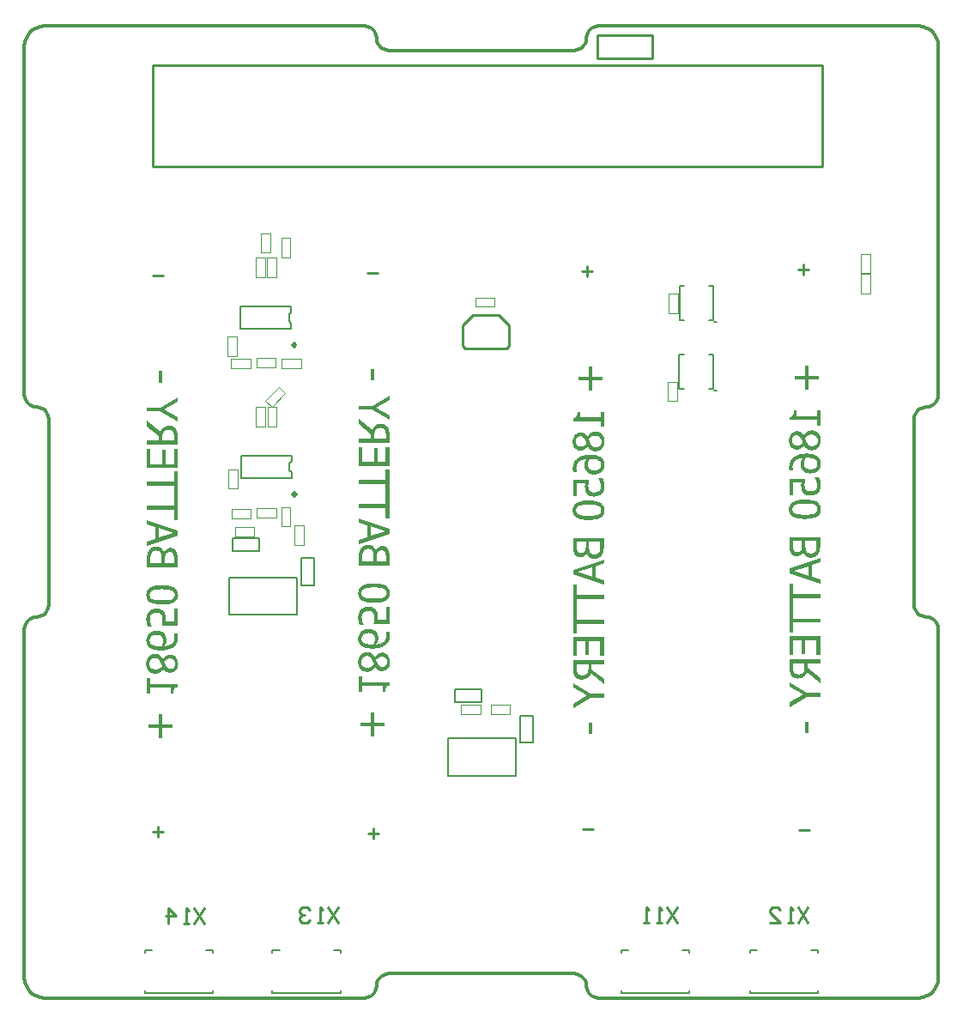
<source format=gbo>
G04*
G04 #@! TF.GenerationSoftware,Altium Limited,Altium Designer,21.7.2 (23)*
G04*
G04 Layer_Color=32896*
%FSLAX25Y25*%
%MOIN*%
G70*
G04*
G04 #@! TF.SameCoordinates,586B0D2E-7DEF-4F54-8963-D9A3A6DEDF4E*
G04*
G04*
G04 #@! TF.FilePolarity,Positive*
G04*
G01*
G75*
%ADD10C,0.01181*%
%ADD11C,0.00787*%
%ADD12C,0.00500*%
%ADD15C,0.00394*%
%ADD16C,0.01000*%
%ADD17C,0.00600*%
%ADD18C,0.00591*%
G36*
X53482Y239104D02*
X52061D01*
Y243586D01*
X53482D01*
Y239104D01*
D02*
G37*
G36*
X59440Y231707D02*
X54211Y228609D01*
X59440Y225548D01*
Y223799D01*
X52644Y227807D01*
X47578D01*
Y229393D01*
X52826D01*
X59440Y233401D01*
Y231707D01*
D02*
G37*
G36*
X52735Y219918D02*
X52917Y220319D01*
X53117Y220683D01*
X53336Y220993D01*
X53536Y221248D01*
X53737Y221449D01*
X53883Y221594D01*
X53992Y221686D01*
X54010Y221722D01*
X54028D01*
X54375Y221941D01*
X54739Y222105D01*
X55103Y222232D01*
X55449Y222305D01*
X55759Y222360D01*
X55887Y222378D01*
X55996D01*
X56087Y222396D01*
X56160D01*
X56197D01*
X56215D01*
X56543Y222378D01*
X56853Y222341D01*
X57108Y222287D01*
X57344Y222214D01*
X57527Y222141D01*
X57654Y222086D01*
X57727Y222050D01*
X57763Y222032D01*
X58000Y221886D01*
X58201Y221722D01*
X58365Y221558D01*
X58529Y221412D01*
X58638Y221267D01*
X58729Y221157D01*
X58784Y221084D01*
X58802Y221048D01*
X58948Y220811D01*
X59057Y220574D01*
X59148Y220356D01*
X59203Y220155D01*
X59258Y219991D01*
X59294Y219864D01*
X59312Y219772D01*
Y219736D01*
X59349Y219463D01*
X59385Y219171D01*
X59403Y218898D01*
X59421Y218625D01*
X59440Y218388D01*
Y214981D01*
X47578D01*
Y216566D01*
X52298D01*
Y218351D01*
X47578Y222086D01*
Y224145D01*
X52735Y219918D01*
D02*
G37*
G36*
X59440Y205834D02*
X47578D01*
Y213250D01*
X48981D01*
Y207419D01*
X53391D01*
Y212849D01*
X54794D01*
Y207419D01*
X58037D01*
Y213250D01*
X59440D01*
Y205834D01*
D02*
G37*
G36*
Y195121D02*
D01*
Y185555D01*
X58037D01*
Y189545D01*
X47578D01*
Y191131D01*
X58037D01*
Y195084D01*
D01*
Y199074D01*
X47578D01*
Y200660D01*
X58037D01*
Y204650D01*
X59440D01*
Y195121D01*
D02*
G37*
G36*
Y181638D02*
Y179707D01*
X47578Y175716D01*
Y177302D01*
X50876Y178377D01*
Y182895D01*
X47578Y183970D01*
Y185646D01*
X59440Y181638D01*
D02*
G37*
G36*
X51623Y175407D02*
X51988Y175334D01*
X52316Y175243D01*
X52589Y175133D01*
X52808Y175024D01*
X52972Y174933D01*
X53063Y174860D01*
X53099Y174842D01*
X53373Y174605D01*
X53591Y174332D01*
X53773Y174058D01*
X53919Y173803D01*
X54028Y173566D01*
X54101Y173384D01*
X54119Y173311D01*
X54138Y173257D01*
X54156Y173220D01*
Y173202D01*
X54211D01*
X54375Y173475D01*
X54539Y173712D01*
X54703Y173913D01*
X54866Y174095D01*
X55031Y174222D01*
X55140Y174332D01*
X55213Y174386D01*
X55249Y174405D01*
X55504Y174550D01*
X55759Y174660D01*
X56014Y174751D01*
X56251Y174805D01*
X56452Y174842D01*
X56597Y174860D01*
X56707D01*
X56743D01*
X57016Y174842D01*
X57271Y174805D01*
X57490Y174769D01*
X57691Y174714D01*
X57836Y174642D01*
X57964Y174605D01*
X58037Y174569D01*
X58055Y174550D01*
X58255Y174423D01*
X58419Y174277D01*
X58583Y174131D01*
X58711Y173986D01*
X58802Y173840D01*
X58893Y173731D01*
X58930Y173658D01*
X58948Y173621D01*
X59057Y173403D01*
X59148Y173184D01*
X59203Y172984D01*
X59258Y172801D01*
X59312Y172637D01*
X59330Y172510D01*
X59349Y172437D01*
Y172400D01*
X59385Y172145D01*
X59403Y171854D01*
X59421Y171544D01*
Y171234D01*
X59440Y170961D01*
Y167390D01*
X47578D01*
Y170779D01*
X47597Y171216D01*
X47615Y171599D01*
X47651Y171927D01*
X47688Y172218D01*
X47724Y172437D01*
X47761Y172601D01*
X47797Y172710D01*
Y172747D01*
X47888Y173020D01*
X47998Y173293D01*
X48125Y173530D01*
X48253Y173749D01*
X48362Y173931D01*
X48435Y174077D01*
X48508Y174150D01*
X48526Y174186D01*
X48708Y174386D01*
X48890Y174569D01*
X49073Y174714D01*
X49255Y174842D01*
X49400Y174951D01*
X49528Y175024D01*
X49601Y175060D01*
X49637Y175079D01*
X49911Y175188D01*
X50184Y175279D01*
X50439Y175334D01*
X50676Y175389D01*
X50894Y175407D01*
X51059Y175425D01*
X51168D01*
X51186D01*
X51204D01*
X51623Y175407D01*
D02*
G37*
G36*
X54065Y160393D02*
X54593Y160375D01*
X55085Y160321D01*
X55541Y160266D01*
X55960Y160193D01*
X56324Y160120D01*
X56670Y160029D01*
X56980Y159956D01*
X57253Y159865D01*
X57490Y159774D01*
X57691Y159701D01*
X57855Y159628D01*
X57982Y159573D01*
X58073Y159519D01*
X58128Y159501D01*
X58146Y159482D01*
X58419Y159300D01*
X58656Y159100D01*
X58857Y158881D01*
X59039Y158644D01*
X59185Y158407D01*
X59312Y158171D01*
X59421Y157934D01*
X59494Y157715D01*
X59567Y157497D01*
X59622Y157296D01*
X59640Y157096D01*
X59677Y156950D01*
Y156804D01*
X59695Y156713D01*
Y156622D01*
X59677Y156276D01*
X59640Y155948D01*
X59549Y155638D01*
X59458Y155347D01*
X59349Y155091D01*
X59221Y154855D01*
X59093Y154636D01*
X58948Y154454D01*
X58802Y154290D01*
X58675Y154144D01*
X58547Y154016D01*
X58438Y153925D01*
X58346Y153834D01*
X58274Y153780D01*
X58219Y153761D01*
X58201Y153743D01*
X57909Y153579D01*
X57563Y153452D01*
X57217Y153324D01*
X56834Y153215D01*
X56051Y153051D01*
X55286Y152942D01*
X54921Y152905D01*
X54593Y152887D01*
X54283Y152869D01*
X54028Y152850D01*
X53810Y152832D01*
X53646D01*
X53536D01*
X53518D01*
X53500D01*
X52935Y152850D01*
X52407Y152869D01*
X51915Y152923D01*
X51441Y152978D01*
X51022Y153051D01*
X50639Y153124D01*
X50293Y153197D01*
X50002Y153288D01*
X49729Y153379D01*
X49492Y153452D01*
X49291Y153524D01*
X49127Y153597D01*
X49000Y153652D01*
X48909Y153707D01*
X48854Y153725D01*
X48836Y153743D01*
X48562Y153925D01*
X48344Y154126D01*
X48143Y154344D01*
X47961Y154581D01*
X47815Y154818D01*
X47688Y155055D01*
X47597Y155292D01*
X47506Y155529D01*
X47451Y155747D01*
X47396Y155948D01*
X47378Y156130D01*
X47342Y156294D01*
Y156440D01*
X47323Y156531D01*
Y156622D01*
X47342Y156968D01*
X47396Y157296D01*
X47469Y157606D01*
X47560Y157879D01*
X47670Y158134D01*
X47797Y158371D01*
X47925Y158590D01*
X48070Y158772D01*
X48216Y158936D01*
X48344Y159082D01*
X48471Y159209D01*
X48581Y159300D01*
X48672Y159391D01*
X48763Y159446D01*
X48799Y159464D01*
X48818Y159482D01*
X49109Y159646D01*
X49455Y159792D01*
X49801Y159920D01*
X50184Y160029D01*
X50949Y160193D01*
X51714Y160302D01*
X52079Y160339D01*
X52407Y160357D01*
X52716Y160375D01*
X52972Y160393D01*
X53190Y160412D01*
X53354D01*
X53464D01*
X53500D01*
X54065Y160393D01*
D02*
G37*
G36*
X51733Y151302D02*
X52079Y151265D01*
X52370Y151211D01*
X52625Y151156D01*
X52826Y151101D01*
X52953Y151047D01*
X53044Y151010D01*
X53081Y150992D01*
X53318Y150864D01*
X53536Y150719D01*
X53737Y150573D01*
X53901Y150427D01*
X54028Y150300D01*
X54138Y150190D01*
X54192Y150117D01*
X54211Y150099D01*
X54356Y149881D01*
X54484Y149662D01*
X54593Y149461D01*
X54666Y149279D01*
X54721Y149115D01*
X54757Y148988D01*
X54794Y148915D01*
Y148878D01*
X54848Y148623D01*
X54885Y148368D01*
X54921Y148113D01*
X54939Y147876D01*
X54958Y147658D01*
Y147002D01*
X54939Y146929D01*
Y146819D01*
X54921Y146619D01*
X54903Y146437D01*
Y146382D01*
X54885Y146328D01*
Y146273D01*
X58055D01*
Y151247D01*
X59440D01*
Y144743D01*
X53336D01*
X53373Y144906D01*
X53391Y145070D01*
X53464Y145398D01*
X53482Y145562D01*
X53500Y145672D01*
X53518Y145745D01*
Y145781D01*
X53591Y146255D01*
X53609Y146473D01*
Y146674D01*
X53628Y146838D01*
Y147293D01*
X53609Y147494D01*
X53591Y147694D01*
X53573Y147840D01*
X53536Y147986D01*
X53518Y148077D01*
X53500Y148150D01*
Y148168D01*
X53445Y148350D01*
X53373Y148514D01*
X53300Y148660D01*
X53227Y148787D01*
X53172Y148897D01*
X53117Y148969D01*
X53081Y149006D01*
X53063Y149024D01*
X52844Y149243D01*
X52625Y149389D01*
X52534Y149443D01*
X52461Y149480D01*
X52407Y149516D01*
X52389D01*
X52225Y149571D01*
X52061Y149625D01*
X51878Y149662D01*
X51714Y149680D01*
X51569Y149698D01*
X51459D01*
X51386D01*
X51350D01*
X51113D01*
X50913Y149680D01*
X50712Y149644D01*
X50548Y149625D01*
X50421Y149589D01*
X50330Y149553D01*
X50257Y149534D01*
X50239D01*
X49911Y149389D01*
X49765Y149316D01*
X49656Y149243D01*
X49546Y149188D01*
X49473Y149134D01*
X49437Y149097D01*
X49419Y149079D01*
X49273Y148951D01*
X49164Y148824D01*
X49073Y148696D01*
X48981Y148569D01*
X48927Y148459D01*
X48890Y148368D01*
X48854Y148314D01*
Y148295D01*
X48763Y147967D01*
X48726Y147803D01*
X48708Y147676D01*
Y147548D01*
X48690Y147457D01*
Y147366D01*
X48708Y147038D01*
X48726Y146874D01*
X48745Y146747D01*
Y146637D01*
X48763Y146564D01*
X48781Y146510D01*
Y146492D01*
X48854Y146200D01*
X48945Y145927D01*
X48981Y145799D01*
X49018Y145708D01*
X49036Y145653D01*
Y145635D01*
X49145Y145344D01*
X49200Y145216D01*
X49255Y145089D01*
X49291Y144998D01*
X49328Y144925D01*
X49346Y144888D01*
Y144870D01*
X49473Y144651D01*
X49583Y144487D01*
X49656Y144396D01*
X49674Y144360D01*
Y144251D01*
X47998D01*
X47888Y144487D01*
X47797Y144724D01*
X47706Y144961D01*
X47633Y145180D01*
X47578Y145380D01*
X47542Y145526D01*
X47506Y145635D01*
Y145672D01*
X47396Y146273D01*
X47360Y146564D01*
X47342Y146819D01*
Y147038D01*
X47323Y147202D01*
Y147348D01*
X47342Y147694D01*
X47378Y148004D01*
X47414Y148295D01*
X47487Y148532D01*
X47542Y148733D01*
X47578Y148897D01*
X47615Y148988D01*
X47633Y149024D01*
X47761Y149297D01*
X47888Y149534D01*
X48034Y149753D01*
X48162Y149917D01*
X48289Y150063D01*
X48380Y150172D01*
X48453Y150245D01*
X48471Y150263D01*
X48690Y150445D01*
X48909Y150591D01*
X49109Y150719D01*
X49309Y150828D01*
X49492Y150919D01*
X49619Y150974D01*
X49710Y151010D01*
X49747Y151028D01*
X50020Y151119D01*
X50311Y151192D01*
X50567Y151247D01*
X50822Y151283D01*
X51040Y151302D01*
X51204Y151320D01*
X51314D01*
X51332D01*
X51350D01*
X51733Y151302D01*
D02*
G37*
G36*
X51769Y142702D02*
X52115Y142665D01*
X52407Y142611D01*
X52680Y142556D01*
X52881Y142501D01*
X53044Y142447D01*
X53136Y142410D01*
X53172Y142392D01*
X53445Y142264D01*
X53700Y142119D01*
X53901Y141955D01*
X54083Y141791D01*
X54229Y141645D01*
X54338Y141536D01*
X54411Y141463D01*
X54429Y141426D01*
X54575Y141226D01*
X54703Y141026D01*
X54794Y140825D01*
X54866Y140661D01*
X54921Y140534D01*
X54958Y140424D01*
X54994Y140351D01*
Y140333D01*
X55085Y139932D01*
X55103Y139732D01*
X55122Y139550D01*
X55140Y139386D01*
Y138876D01*
X55103Y138620D01*
X55067Y138402D01*
X55031Y138201D01*
X54994Y138056D01*
X54958Y137928D01*
X54939Y137855D01*
X54921Y137819D01*
X54739Y137400D01*
X54630Y137199D01*
X54539Y137035D01*
X54447Y136890D01*
X54375Y136762D01*
X54320Y136689D01*
X54302Y136671D01*
X54666Y136707D01*
X54994Y136762D01*
X55304Y136835D01*
X55595Y136908D01*
X55869Y136999D01*
X56106Y137090D01*
X56324Y137181D01*
X56524Y137272D01*
X56707Y137363D01*
X56853Y137454D01*
X56980Y137527D01*
X57089Y137600D01*
X57162Y137655D01*
X57217Y137709D01*
X57253Y137728D01*
X57271Y137746D01*
X57454Y137928D01*
X57618Y138110D01*
X57745Y138311D01*
X57855Y138511D01*
X58037Y138894D01*
X58164Y139277D01*
X58237Y139623D01*
X58255Y139768D01*
X58274Y139896D01*
X58292Y139987D01*
Y140133D01*
X58274Y140461D01*
X58255Y140606D01*
X58237Y140734D01*
X58219Y140843D01*
X58201Y140916D01*
X58183Y140971D01*
Y140989D01*
X58146Y141135D01*
X58110Y141262D01*
X58073Y141372D01*
X58055Y141463D01*
X58019Y141536D01*
X58000Y141590D01*
X57982Y141609D01*
Y141700D01*
X59476D01*
X59531Y141481D01*
X59567Y141281D01*
X59585Y141208D01*
X59604Y141135D01*
Y141080D01*
X59640Y140825D01*
X59658Y140588D01*
Y140351D01*
X59640Y139859D01*
X59585Y139422D01*
X59494Y139003D01*
X59403Y138657D01*
X59312Y138384D01*
X59276Y138256D01*
X59221Y138165D01*
X59203Y138092D01*
X59166Y138038D01*
X59148Y138001D01*
Y137983D01*
X58948Y137618D01*
X58711Y137291D01*
X58474Y137017D01*
X58255Y136780D01*
X58055Y136580D01*
X57891Y136434D01*
X57782Y136361D01*
X57763Y136325D01*
X57745D01*
X57381Y136088D01*
X57016Y135888D01*
X56652Y135724D01*
X56306Y135578D01*
X56014Y135468D01*
X55887Y135432D01*
X55778Y135396D01*
X55686Y135377D01*
X55613Y135359D01*
X55577Y135341D01*
X55559D01*
X55085Y135232D01*
X54593Y135159D01*
X54138Y135104D01*
X53700Y135068D01*
X53500Y135049D01*
X53336D01*
X53172D01*
X53026Y135031D01*
X52917D01*
X52844D01*
X52789D01*
X52771D01*
X52206Y135049D01*
X51696Y135086D01*
X51241Y135141D01*
X51040Y135177D01*
X50840Y135213D01*
X50676Y135232D01*
X50530Y135268D01*
X50403Y135304D01*
X50311Y135323D01*
X50220Y135341D01*
X50166Y135359D01*
X50129Y135377D01*
X50111D01*
X49729Y135523D01*
X49382Y135669D01*
X49091Y135833D01*
X48854Y135979D01*
X48654Y136124D01*
X48508Y136234D01*
X48435Y136307D01*
X48398Y136325D01*
X48198Y136525D01*
X48034Y136726D01*
X47907Y136926D01*
X47779Y137108D01*
X47688Y137254D01*
X47633Y137382D01*
X47597Y137454D01*
X47578Y137491D01*
X47487Y137746D01*
X47433Y138001D01*
X47378Y138238D01*
X47360Y138475D01*
X47342Y138657D01*
X47323Y138821D01*
Y138949D01*
X47342Y139240D01*
X47360Y139513D01*
X47414Y139768D01*
X47469Y139987D01*
X47506Y140151D01*
X47560Y140297D01*
X47578Y140370D01*
X47597Y140406D01*
X47724Y140643D01*
X47852Y140862D01*
X47998Y141062D01*
X48125Y141244D01*
X48253Y141390D01*
X48344Y141499D01*
X48417Y141572D01*
X48435Y141590D01*
X48635Y141773D01*
X48854Y141937D01*
X49054Y142082D01*
X49273Y142192D01*
X49437Y142283D01*
X49583Y142356D01*
X49674Y142392D01*
X49710Y142410D01*
X50002Y142520D01*
X50311Y142593D01*
X50585Y142647D01*
X50858Y142684D01*
X51077Y142702D01*
X51259Y142720D01*
X51314D01*
X51368D01*
X51386D01*
X51405D01*
X51769Y142702D01*
D02*
G37*
G36*
X51259Y133738D02*
X51605Y133665D01*
X51915Y133592D01*
X52170Y133483D01*
X52370Y133391D01*
X52516Y133300D01*
X52607Y133227D01*
X52644Y133209D01*
X52899Y132991D01*
X53117Y132736D01*
X53318Y132480D01*
X53500Y132225D01*
X53628Y132007D01*
X53737Y131806D01*
X53773Y131733D01*
X53810Y131697D01*
X53828Y131660D01*
Y131642D01*
X53883D01*
X54065Y131952D01*
X54247Y132225D01*
X54447Y132462D01*
X54648Y132644D01*
X54812Y132790D01*
X54958Y132899D01*
X55049Y132972D01*
X55085Y132991D01*
X55377Y133154D01*
X55668Y133264D01*
X55923Y133355D01*
X56178Y133410D01*
X56379Y133446D01*
X56524Y133464D01*
X56634D01*
X56670D01*
X56907Y133446D01*
X57144Y133428D01*
X57563Y133318D01*
X57928Y133154D01*
X58255Y132972D01*
X58492Y132790D01*
X58693Y132626D01*
X58747Y132571D01*
X58802Y132517D01*
X58820Y132499D01*
X58838Y132480D01*
X58984Y132298D01*
X59130Y132080D01*
X59330Y131660D01*
X59494Y131223D01*
X59585Y130822D01*
X59658Y130458D01*
X59677Y130294D01*
Y130166D01*
X59695Y130057D01*
Y129893D01*
X59677Y129602D01*
X59658Y129347D01*
X59549Y128836D01*
X59421Y128399D01*
X59258Y128035D01*
X59166Y127871D01*
X59093Y127725D01*
X59002Y127616D01*
X58948Y127506D01*
X58893Y127434D01*
X58838Y127379D01*
X58820Y127342D01*
X58802Y127324D01*
X58638Y127142D01*
X58456Y126996D01*
X58255Y126869D01*
X58073Y126741D01*
X57709Y126559D01*
X57344Y126450D01*
X57035Y126377D01*
X56907Y126358D01*
X56780Y126340D01*
X56688Y126322D01*
X56616D01*
X56579D01*
X56561D01*
X56233Y126340D01*
X55941Y126395D01*
X55686Y126450D01*
X55468Y126541D01*
X55286Y126614D01*
X55158Y126668D01*
X55085Y126723D01*
X55049Y126741D01*
X54830Y126923D01*
X54630Y127124D01*
X54429Y127342D01*
X54265Y127543D01*
X54138Y127743D01*
X54028Y127889D01*
X53956Y127998D01*
X53937Y128016D01*
Y128035D01*
X53901D01*
X53700Y127689D01*
X53500Y127379D01*
X53281Y127124D01*
X53063Y126923D01*
X52881Y126759D01*
X52735Y126632D01*
X52644Y126559D01*
X52625Y126541D01*
X52607D01*
X52298Y126377D01*
X51988Y126249D01*
X51696Y126158D01*
X51423Y126103D01*
X51186Y126067D01*
X51004Y126031D01*
X50931D01*
X50876D01*
X50858D01*
X50840D01*
X50567Y126049D01*
X50311Y126067D01*
X50075Y126103D01*
X49874Y126158D01*
X49710Y126213D01*
X49564Y126249D01*
X49492Y126267D01*
X49455Y126286D01*
X49218Y126395D01*
X49000Y126504D01*
X48799Y126632D01*
X48635Y126759D01*
X48489Y126869D01*
X48398Y126960D01*
X48325Y127014D01*
X48307Y127033D01*
X48143Y127233D01*
X47979Y127434D01*
X47852Y127652D01*
X47743Y127852D01*
X47670Y128016D01*
X47615Y128144D01*
X47578Y128235D01*
X47560Y128272D01*
X47469Y128545D01*
X47414Y128836D01*
X47360Y129110D01*
X47342Y129365D01*
X47323Y129565D01*
X47305Y129747D01*
Y129893D01*
X47323Y130203D01*
X47342Y130476D01*
X47469Y131023D01*
X47633Y131478D01*
X47724Y131697D01*
X47815Y131879D01*
X47907Y132061D01*
X47998Y132207D01*
X48089Y132335D01*
X48162Y132444D01*
X48234Y132535D01*
X48289Y132590D01*
X48307Y132626D01*
X48325Y132644D01*
X48526Y132845D01*
X48726Y133009D01*
X48945Y133154D01*
X49164Y133282D01*
X49364Y133391D01*
X49583Y133483D01*
X49984Y133610D01*
X50348Y133701D01*
X50494Y133719D01*
X50621Y133738D01*
X50731Y133756D01*
X50803D01*
X50858D01*
X50876D01*
X51259Y133738D01*
D02*
G37*
G36*
X48781Y122022D02*
X59476D01*
Y120783D01*
X59148Y120729D01*
X58857Y120656D01*
X58638Y120546D01*
X58456Y120437D01*
X58328Y120309D01*
X58237Y120218D01*
X58183Y120145D01*
X58164Y120127D01*
X58055Y119890D01*
X57964Y119599D01*
X57909Y119307D01*
X57855Y119016D01*
X57836Y118761D01*
X57818Y118542D01*
Y118342D01*
X56743D01*
Y120492D01*
X48781D01*
Y118342D01*
X47578D01*
Y124117D01*
X48781D01*
Y122022D01*
D02*
G37*
G36*
X53409Y106171D02*
X57436D01*
Y104841D01*
X53409D01*
Y100814D01*
X52134D01*
Y104841D01*
X48107D01*
Y106171D01*
X52134D01*
Y110197D01*
X53409D01*
Y106171D01*
D02*
G37*
G36*
X304490Y241659D02*
X308517D01*
Y240329D01*
X304490D01*
Y236303D01*
X303215D01*
Y240329D01*
X299188D01*
Y241659D01*
X303215D01*
Y245686D01*
X304490D01*
Y241659D01*
D02*
G37*
G36*
X309045Y222383D02*
X307842D01*
Y224478D01*
X297147D01*
Y225717D01*
X297475Y225771D01*
X297767Y225844D01*
X297986Y225954D01*
X298168Y226063D01*
X298295Y226191D01*
X298386Y226282D01*
X298441Y226355D01*
X298459Y226373D01*
X298569Y226610D01*
X298660Y226901D01*
X298714Y227193D01*
X298769Y227484D01*
X298787Y227739D01*
X298805Y227958D01*
Y228158D01*
X299880D01*
Y226008D01*
X307842D01*
Y228158D01*
X309045D01*
Y222383D01*
D02*
G37*
G36*
X306057Y220451D02*
X306312Y220433D01*
X306549Y220397D01*
X306749Y220342D01*
X306913Y220287D01*
X307059Y220251D01*
X307132Y220233D01*
X307168Y220214D01*
X307405Y220105D01*
X307624Y219996D01*
X307824Y219868D01*
X307988Y219741D01*
X308134Y219631D01*
X308225Y219540D01*
X308298Y219486D01*
X308316Y219467D01*
X308480Y219267D01*
X308644Y219067D01*
X308772Y218848D01*
X308881Y218648D01*
X308954Y218483D01*
X309009Y218356D01*
X309045Y218265D01*
X309063Y218228D01*
X309154Y217955D01*
X309209Y217664D01*
X309264Y217390D01*
X309282Y217135D01*
X309300Y216935D01*
X309318Y216753D01*
Y216607D01*
X309300Y216297D01*
X309282Y216024D01*
X309154Y215477D01*
X308990Y215022D01*
X308899Y214803D01*
X308808Y214621D01*
X308717Y214439D01*
X308626Y214293D01*
X308535Y214165D01*
X308462Y214056D01*
X308389Y213965D01*
X308334Y213910D01*
X308316Y213874D01*
X308298Y213856D01*
X308098Y213655D01*
X307897Y213491D01*
X307679Y213346D01*
X307460Y213218D01*
X307259Y213109D01*
X307041Y213018D01*
X306640Y212890D01*
X306276Y212799D01*
X306130Y212781D01*
X306002Y212762D01*
X305893Y212744D01*
X305820D01*
X305765D01*
X305747D01*
X305365Y212762D01*
X305018Y212835D01*
X304709Y212908D01*
X304454Y213018D01*
X304253Y213109D01*
X304107Y213200D01*
X304016Y213273D01*
X303980Y213291D01*
X303725Y213509D01*
X303506Y213765D01*
X303306Y214020D01*
X303123Y214275D01*
X302996Y214493D01*
X302887Y214694D01*
X302850Y214767D01*
X302814Y214803D01*
X302796Y214840D01*
Y214858D01*
X302741D01*
X302559Y214548D01*
X302377Y214275D01*
X302176Y214038D01*
X301976Y213856D01*
X301812Y213710D01*
X301666Y213600D01*
X301575Y213528D01*
X301538Y213509D01*
X301247Y213346D01*
X300955Y213236D01*
X300700Y213145D01*
X300445Y213090D01*
X300245Y213054D01*
X300099Y213036D01*
X299990D01*
X299953D01*
X299716Y213054D01*
X299480Y213072D01*
X299060Y213181D01*
X298696Y213346D01*
X298368Y213528D01*
X298131Y213710D01*
X297931Y213874D01*
X297876Y213929D01*
X297821Y213983D01*
X297803Y214001D01*
X297785Y214020D01*
X297639Y214202D01*
X297494Y214420D01*
X297293Y214840D01*
X297129Y215277D01*
X297038Y215678D01*
X296965Y216042D01*
X296947Y216206D01*
Y216334D01*
X296929Y216443D01*
Y216607D01*
X296947Y216898D01*
X296965Y217153D01*
X297075Y217664D01*
X297202Y218101D01*
X297366Y218465D01*
X297457Y218629D01*
X297530Y218775D01*
X297621Y218884D01*
X297676Y218994D01*
X297730Y219067D01*
X297785Y219121D01*
X297803Y219158D01*
X297821Y219176D01*
X297986Y219358D01*
X298168Y219504D01*
X298368Y219631D01*
X298550Y219759D01*
X298915Y219941D01*
X299279Y220050D01*
X299589Y220123D01*
X299716Y220142D01*
X299844Y220160D01*
X299935Y220178D01*
X300008D01*
X300044D01*
X300062D01*
X300391Y220160D01*
X300682Y220105D01*
X300937Y220050D01*
X301156Y219959D01*
X301338Y219886D01*
X301466Y219832D01*
X301538Y219777D01*
X301575Y219759D01*
X301793Y219577D01*
X301994Y219376D01*
X302194Y219158D01*
X302358Y218957D01*
X302486Y218757D01*
X302595Y218611D01*
X302668Y218502D01*
X302686Y218483D01*
Y218465D01*
X302723D01*
X302923Y218811D01*
X303123Y219121D01*
X303342Y219376D01*
X303561Y219577D01*
X303743Y219741D01*
X303889Y219868D01*
X303980Y219941D01*
X303998Y219959D01*
X304016D01*
X304326Y220123D01*
X304636Y220251D01*
X304927Y220342D01*
X305201Y220397D01*
X305437Y220433D01*
X305620Y220469D01*
X305693D01*
X305747D01*
X305765D01*
X305784D01*
X306057Y220451D01*
D02*
G37*
G36*
X304417Y211451D02*
X304927Y211414D01*
X305383Y211360D01*
X305583Y211323D01*
X305784Y211287D01*
X305948Y211268D01*
X306093Y211232D01*
X306221Y211195D01*
X306312Y211177D01*
X306403Y211159D01*
X306458Y211141D01*
X306494Y211123D01*
X306512D01*
X306895Y210977D01*
X307241Y210831D01*
X307533Y210667D01*
X307770Y210521D01*
X307970Y210376D01*
X308116Y210266D01*
X308189Y210193D01*
X308225Y210175D01*
X308425Y209975D01*
X308590Y209774D01*
X308717Y209574D01*
X308845Y209392D01*
X308936Y209246D01*
X308990Y209118D01*
X309027Y209046D01*
X309045Y209009D01*
X309136Y208754D01*
X309191Y208499D01*
X309245Y208262D01*
X309264Y208025D01*
X309282Y207843D01*
X309300Y207679D01*
Y207552D01*
X309282Y207260D01*
X309264Y206987D01*
X309209Y206732D01*
X309154Y206513D01*
X309118Y206349D01*
X309063Y206203D01*
X309045Y206130D01*
X309027Y206094D01*
X308899Y205857D01*
X308772Y205638D01*
X308626Y205438D01*
X308498Y205256D01*
X308371Y205110D01*
X308280Y205001D01*
X308207Y204928D01*
X308189Y204910D01*
X307988Y204727D01*
X307770Y204563D01*
X307569Y204418D01*
X307350Y204308D01*
X307187Y204217D01*
X307041Y204144D01*
X306950Y204108D01*
X306913Y204090D01*
X306622Y203980D01*
X306312Y203907D01*
X306039Y203853D01*
X305765Y203816D01*
X305547Y203798D01*
X305365Y203780D01*
X305310D01*
X305255D01*
X305237D01*
X305219D01*
X304854Y203798D01*
X304508Y203835D01*
X304217Y203889D01*
X303943Y203944D01*
X303743Y203999D01*
X303579Y204053D01*
X303488Y204090D01*
X303451Y204108D01*
X303178Y204236D01*
X302923Y204381D01*
X302723Y204545D01*
X302540Y204709D01*
X302395Y204855D01*
X302285Y204964D01*
X302213Y205037D01*
X302194Y205074D01*
X302048Y205274D01*
X301921Y205474D01*
X301830Y205675D01*
X301757Y205839D01*
X301702Y205966D01*
X301666Y206076D01*
X301629Y206149D01*
Y206167D01*
X301538Y206568D01*
X301520Y206768D01*
X301502Y206950D01*
X301484Y207114D01*
Y207624D01*
X301520Y207879D01*
X301557Y208098D01*
X301593Y208298D01*
X301629Y208444D01*
X301666Y208572D01*
X301684Y208645D01*
X301702Y208681D01*
X301885Y209100D01*
X301994Y209301D01*
X302085Y209465D01*
X302176Y209610D01*
X302249Y209738D01*
X302304Y209811D01*
X302322Y209829D01*
X301957Y209793D01*
X301629Y209738D01*
X301320Y209665D01*
X301028Y209592D01*
X300755Y209501D01*
X300518Y209410D01*
X300299Y209319D01*
X300099Y209228D01*
X299917Y209137D01*
X299771Y209046D01*
X299643Y208973D01*
X299534Y208900D01*
X299461Y208845D01*
X299407Y208790D01*
X299370Y208772D01*
X299352Y208754D01*
X299170Y208572D01*
X299006Y208390D01*
X298878Y208189D01*
X298769Y207989D01*
X298587Y207606D01*
X298459Y207224D01*
X298386Y206877D01*
X298368Y206732D01*
X298350Y206604D01*
X298332Y206513D01*
Y206367D01*
X298350Y206039D01*
X298368Y205893D01*
X298386Y205766D01*
X298405Y205657D01*
X298423Y205584D01*
X298441Y205529D01*
Y205511D01*
X298477Y205365D01*
X298514Y205238D01*
X298550Y205128D01*
X298569Y205037D01*
X298605Y204964D01*
X298623Y204910D01*
X298641Y204891D01*
Y204800D01*
X297147D01*
X297093Y205019D01*
X297056Y205219D01*
X297038Y205292D01*
X297020Y205365D01*
Y205420D01*
X296983Y205675D01*
X296965Y205912D01*
Y206149D01*
X296983Y206641D01*
X297038Y207078D01*
X297129Y207497D01*
X297220Y207843D01*
X297311Y208116D01*
X297348Y208244D01*
X297402Y208335D01*
X297421Y208408D01*
X297457Y208463D01*
X297475Y208499D01*
Y208517D01*
X297676Y208882D01*
X297913Y209209D01*
X298149Y209483D01*
X298368Y209720D01*
X298569Y209920D01*
X298732Y210066D01*
X298842Y210139D01*
X298860Y210175D01*
X298878D01*
X299243Y210412D01*
X299607Y210613D01*
X299971Y210776D01*
X300318Y210922D01*
X300609Y211032D01*
X300737Y211068D01*
X300846Y211104D01*
X300937Y211123D01*
X301010Y211141D01*
X301046Y211159D01*
X301065D01*
X301538Y211268D01*
X302030Y211341D01*
X302486Y211396D01*
X302923Y211432D01*
X303123Y211451D01*
X303288D01*
X303451D01*
X303597Y211469D01*
X303707D01*
X303779D01*
X303834D01*
X303852D01*
X304417Y211451D01*
D02*
G37*
G36*
X308735Y202013D02*
X308826Y201776D01*
X308917Y201539D01*
X308990Y201320D01*
X309045Y201120D01*
X309081Y200974D01*
X309118Y200865D01*
Y200828D01*
X309227Y200227D01*
X309264Y199935D01*
X309282Y199680D01*
Y199462D01*
X309300Y199298D01*
Y199152D01*
X309282Y198806D01*
X309245Y198496D01*
X309209Y198205D01*
X309136Y197968D01*
X309081Y197767D01*
X309045Y197603D01*
X309009Y197512D01*
X308990Y197476D01*
X308863Y197203D01*
X308735Y196966D01*
X308590Y196747D01*
X308462Y196583D01*
X308334Y196437D01*
X308243Y196328D01*
X308170Y196255D01*
X308152Y196237D01*
X307934Y196055D01*
X307715Y195909D01*
X307515Y195781D01*
X307314Y195672D01*
X307132Y195581D01*
X307004Y195526D01*
X306913Y195490D01*
X306877Y195472D01*
X306604Y195380D01*
X306312Y195308D01*
X306057Y195253D01*
X305802Y195217D01*
X305583Y195198D01*
X305419Y195180D01*
X305310D01*
X305292D01*
X305274D01*
X304891Y195198D01*
X304545Y195235D01*
X304253Y195289D01*
X303998Y195344D01*
X303798Y195399D01*
X303670Y195453D01*
X303579Y195490D01*
X303543Y195508D01*
X303306Y195636D01*
X303087Y195781D01*
X302887Y195927D01*
X302723Y196073D01*
X302595Y196200D01*
X302486Y196310D01*
X302431Y196383D01*
X302413Y196401D01*
X302267Y196619D01*
X302140Y196838D01*
X302030Y197039D01*
X301957Y197221D01*
X301903Y197385D01*
X301866Y197512D01*
X301830Y197585D01*
Y197622D01*
X301775Y197877D01*
X301739Y198132D01*
X301702Y198387D01*
X301684Y198624D01*
X301666Y198842D01*
Y199498D01*
X301684Y199571D01*
Y199680D01*
X301702Y199881D01*
X301721Y200063D01*
Y200118D01*
X301739Y200172D01*
Y200227D01*
X298569D01*
Y195253D01*
X297184D01*
Y201758D01*
X303288D01*
X303251Y201594D01*
X303233Y201430D01*
X303160Y201102D01*
X303142Y200938D01*
X303123Y200828D01*
X303105Y200755D01*
Y200719D01*
X303032Y200245D01*
X303014Y200027D01*
Y199826D01*
X302996Y199662D01*
Y199207D01*
X303014Y199006D01*
X303032Y198806D01*
X303051Y198660D01*
X303087Y198514D01*
X303105Y198423D01*
X303123Y198350D01*
Y198332D01*
X303178Y198150D01*
X303251Y197986D01*
X303324Y197840D01*
X303397Y197713D01*
X303451Y197603D01*
X303506Y197530D01*
X303543Y197494D01*
X303561Y197476D01*
X303779Y197257D01*
X303998Y197111D01*
X304089Y197057D01*
X304162Y197020D01*
X304217Y196984D01*
X304235D01*
X304399Y196929D01*
X304563Y196875D01*
X304745Y196838D01*
X304909Y196820D01*
X305055Y196802D01*
X305164D01*
X305237D01*
X305274D01*
X305510D01*
X305711Y196820D01*
X305911Y196856D01*
X306075Y196875D01*
X306203Y196911D01*
X306294Y196948D01*
X306367Y196966D01*
X306385D01*
X306713Y197111D01*
X306859Y197184D01*
X306968Y197257D01*
X307077Y197312D01*
X307150Y197366D01*
X307187Y197403D01*
X307205Y197421D01*
X307350Y197549D01*
X307460Y197676D01*
X307551Y197804D01*
X307642Y197931D01*
X307697Y198041D01*
X307733Y198132D01*
X307770Y198186D01*
Y198205D01*
X307861Y198533D01*
X307897Y198697D01*
X307915Y198824D01*
Y198952D01*
X307934Y199043D01*
Y199134D01*
X307915Y199462D01*
X307897Y199626D01*
X307879Y199753D01*
Y199863D01*
X307861Y199935D01*
X307842Y199990D01*
Y200008D01*
X307770Y200300D01*
X307679Y200573D01*
X307642Y200701D01*
X307606Y200792D01*
X307587Y200847D01*
Y200865D01*
X307478Y201156D01*
X307423Y201284D01*
X307369Y201411D01*
X307332Y201502D01*
X307296Y201575D01*
X307278Y201612D01*
Y201630D01*
X307150Y201849D01*
X307041Y202013D01*
X306968Y202104D01*
X306950Y202140D01*
Y202250D01*
X308626D01*
X308735Y202013D01*
D02*
G37*
G36*
X303688Y193650D02*
X304217Y193631D01*
X304709Y193577D01*
X305182Y193522D01*
X305601Y193449D01*
X305984Y193376D01*
X306330Y193304D01*
X306622Y193212D01*
X306895Y193121D01*
X307132Y193048D01*
X307332Y192975D01*
X307496Y192903D01*
X307624Y192848D01*
X307715Y192793D01*
X307770Y192775D01*
X307788Y192757D01*
X308061Y192575D01*
X308280Y192374D01*
X308480Y192156D01*
X308662Y191919D01*
X308808Y191682D01*
X308936Y191445D01*
X309027Y191208D01*
X309118Y190971D01*
X309173Y190753D01*
X309227Y190552D01*
X309245Y190370D01*
X309282Y190206D01*
Y190060D01*
X309300Y189969D01*
Y189878D01*
X309282Y189532D01*
X309227Y189204D01*
X309154Y188894D01*
X309063Y188621D01*
X308954Y188366D01*
X308826Y188129D01*
X308699Y187910D01*
X308553Y187728D01*
X308407Y187564D01*
X308280Y187418D01*
X308152Y187291D01*
X308043Y187200D01*
X307952Y187109D01*
X307861Y187054D01*
X307824Y187036D01*
X307806Y187018D01*
X307515Y186854D01*
X307168Y186708D01*
X306822Y186580D01*
X306439Y186471D01*
X305674Y186307D01*
X304909Y186198D01*
X304545Y186161D01*
X304217Y186143D01*
X303907Y186125D01*
X303652Y186107D01*
X303433Y186088D01*
X303269D01*
X303160D01*
X303123D01*
X302559Y186107D01*
X302030Y186125D01*
X301538Y186179D01*
X301083Y186234D01*
X300664Y186307D01*
X300299Y186380D01*
X299953Y186471D01*
X299643Y186544D01*
X299370Y186635D01*
X299133Y186726D01*
X298933Y186799D01*
X298769Y186872D01*
X298641Y186926D01*
X298550Y186981D01*
X298496Y186999D01*
X298477Y187018D01*
X298204Y187200D01*
X297967Y187400D01*
X297767Y187619D01*
X297585Y187856D01*
X297439Y188093D01*
X297311Y188329D01*
X297202Y188566D01*
X297129Y188785D01*
X297056Y189004D01*
X297002Y189204D01*
X296983Y189404D01*
X296947Y189550D01*
Y189696D01*
X296929Y189787D01*
Y189878D01*
X296947Y190224D01*
X296983Y190552D01*
X297075Y190862D01*
X297166Y191154D01*
X297275Y191409D01*
X297402Y191645D01*
X297530Y191864D01*
X297676Y192046D01*
X297821Y192210D01*
X297949Y192356D01*
X298077Y192484D01*
X298186Y192575D01*
X298277Y192666D01*
X298350Y192720D01*
X298405Y192739D01*
X298423Y192757D01*
X298714Y192921D01*
X299060Y193048D01*
X299407Y193176D01*
X299789Y193285D01*
X300573Y193449D01*
X301338Y193559D01*
X301702Y193595D01*
X302030Y193613D01*
X302340Y193631D01*
X302595Y193650D01*
X302814Y193668D01*
X302978D01*
X303087D01*
X303105D01*
X303123D01*
X303688Y193650D01*
D02*
G37*
G36*
X309045Y175721D02*
X309027Y175284D01*
X309009Y174901D01*
X308972Y174573D01*
X308936Y174282D01*
X308899Y174063D01*
X308863Y173899D01*
X308826Y173790D01*
Y173753D01*
X308735Y173480D01*
X308626Y173207D01*
X308498Y172970D01*
X308371Y172751D01*
X308261Y172569D01*
X308189Y172423D01*
X308116Y172351D01*
X308098Y172314D01*
X307915Y172114D01*
X307733Y171931D01*
X307551Y171786D01*
X307369Y171658D01*
X307223Y171549D01*
X307096Y171476D01*
X307023Y171440D01*
X306986Y171421D01*
X306713Y171312D01*
X306439Y171221D01*
X306185Y171166D01*
X305948Y171112D01*
X305729Y171093D01*
X305565Y171075D01*
X305456D01*
X305437D01*
X305419D01*
X305000Y171093D01*
X304636Y171166D01*
X304308Y171257D01*
X304034Y171367D01*
X303816Y171476D01*
X303652Y171567D01*
X303561Y171640D01*
X303524Y171658D01*
X303251Y171895D01*
X303032Y172168D01*
X302850Y172442D01*
X302704Y172697D01*
X302595Y172933D01*
X302522Y173116D01*
X302504Y173189D01*
X302486Y173243D01*
X302468Y173280D01*
Y173298D01*
X302413D01*
X302249Y173025D01*
X302085Y172788D01*
X301921Y172587D01*
X301757Y172405D01*
X301593Y172278D01*
X301484Y172168D01*
X301411Y172114D01*
X301374Y172095D01*
X301119Y171950D01*
X300864Y171840D01*
X300609Y171749D01*
X300372Y171695D01*
X300172Y171658D01*
X300026Y171640D01*
X299917D01*
X299880D01*
X299607Y171658D01*
X299352Y171695D01*
X299133Y171731D01*
X298933Y171786D01*
X298787Y171859D01*
X298660Y171895D01*
X298587Y171931D01*
X298569Y171950D01*
X298368Y172077D01*
X298204Y172223D01*
X298040Y172369D01*
X297913Y172514D01*
X297821Y172660D01*
X297730Y172769D01*
X297694Y172842D01*
X297676Y172879D01*
X297566Y173098D01*
X297475Y173316D01*
X297421Y173516D01*
X297366Y173699D01*
X297311Y173863D01*
X297293Y173990D01*
X297275Y174063D01*
Y174100D01*
X297238Y174355D01*
X297220Y174646D01*
X297202Y174956D01*
Y175266D01*
X297184Y175539D01*
Y179110D01*
X309045D01*
Y175721D01*
D02*
G37*
G36*
Y169198D02*
X305747Y168123D01*
Y163605D01*
X309045Y162530D01*
Y160854D01*
X297184Y164862D01*
Y166793D01*
X309045Y170783D01*
Y169198D01*
D02*
G37*
G36*
X298587Y156955D02*
X309045D01*
Y155369D01*
X298587D01*
Y151416D01*
Y147425D01*
X309045D01*
Y145840D01*
X298587D01*
Y141850D01*
X297184D01*
Y151379D01*
Y151416D01*
Y160945D01*
X298587D01*
Y156955D01*
D02*
G37*
G36*
X309045Y133250D02*
X307642D01*
X307642Y139081D01*
X303233D01*
X303233Y133651D01*
X301830D01*
X301830Y139081D01*
X298587D01*
X298587Y133250D01*
X297184D01*
X297184Y140666D01*
X309045D01*
X309045Y133250D01*
D02*
G37*
G36*
Y129934D02*
X304326D01*
Y128149D01*
X309045Y124414D01*
Y122355D01*
X303889Y126582D01*
X303707Y126181D01*
X303506Y125817D01*
X303288Y125507D01*
X303087Y125252D01*
X302887Y125051D01*
X302741Y124906D01*
X302632Y124814D01*
X302613Y124778D01*
X302595D01*
X302249Y124559D01*
X301885Y124395D01*
X301520Y124268D01*
X301174Y124195D01*
X300864Y124140D01*
X300737Y124122D01*
X300627D01*
X300536Y124104D01*
X300463D01*
X300427D01*
X300409D01*
X300081Y124122D01*
X299771Y124159D01*
X299516Y124213D01*
X299279Y124286D01*
X299097Y124359D01*
X298969Y124414D01*
X298897Y124450D01*
X298860Y124468D01*
X298623Y124614D01*
X298423Y124778D01*
X298259Y124942D01*
X298095Y125088D01*
X297986Y125233D01*
X297894Y125343D01*
X297840Y125416D01*
X297821Y125452D01*
X297676Y125689D01*
X297566Y125926D01*
X297475Y126145D01*
X297421Y126345D01*
X297366Y126509D01*
X297330Y126637D01*
X297311Y126728D01*
Y126764D01*
X297275Y127037D01*
X297238Y127329D01*
X297220Y127602D01*
X297202Y127875D01*
X297184Y128112D01*
Y131519D01*
X309045D01*
Y129934D01*
D02*
G37*
G36*
X303980Y118693D02*
X309045D01*
Y117107D01*
X303798D01*
X297184Y113099D01*
Y114794D01*
X302413Y117891D01*
X297184Y120952D01*
Y122701D01*
X303980Y118693D01*
D02*
G37*
G36*
X304563Y102914D02*
X303142D01*
Y107396D01*
X304563D01*
Y102914D01*
D02*
G37*
G36*
X135782Y239804D02*
X134361D01*
Y244286D01*
X135782D01*
Y239804D01*
D02*
G37*
G36*
X141740Y232406D02*
X136511Y229309D01*
X141740Y226248D01*
Y224499D01*
X134944Y228507D01*
X129878D01*
Y230093D01*
X135126D01*
X141740Y234101D01*
Y232406D01*
D02*
G37*
G36*
X135035Y220618D02*
X135217Y221019D01*
X135417Y221383D01*
X135636Y221693D01*
X135836Y221948D01*
X136037Y222149D01*
X136183Y222294D01*
X136292Y222386D01*
X136310Y222422D01*
X136328D01*
X136675Y222641D01*
X137039Y222805D01*
X137403Y222932D01*
X137750Y223005D01*
X138059Y223060D01*
X138187Y223078D01*
X138296D01*
X138387Y223096D01*
X138460D01*
X138497D01*
X138515D01*
X138843Y223078D01*
X139153Y223041D01*
X139408Y222987D01*
X139644Y222914D01*
X139827Y222841D01*
X139954Y222786D01*
X140027Y222750D01*
X140064Y222732D01*
X140300Y222586D01*
X140501Y222422D01*
X140665Y222258D01*
X140829Y222112D01*
X140938Y221967D01*
X141029Y221857D01*
X141084Y221784D01*
X141102Y221748D01*
X141248Y221511D01*
X141357Y221274D01*
X141448Y221056D01*
X141503Y220855D01*
X141558Y220691D01*
X141594Y220564D01*
X141612Y220472D01*
Y220436D01*
X141649Y220163D01*
X141685Y219871D01*
X141703Y219598D01*
X141721Y219325D01*
X141740Y219088D01*
Y215681D01*
X129878D01*
Y217266D01*
X134598D01*
Y219051D01*
X129878Y222786D01*
Y224845D01*
X135035Y220618D01*
D02*
G37*
G36*
X141740Y206534D02*
X129878D01*
Y213950D01*
X131281D01*
Y208119D01*
X135691D01*
Y213549D01*
X137094D01*
Y208119D01*
X140337D01*
Y213950D01*
X141740D01*
Y206534D01*
D02*
G37*
G36*
Y195821D02*
Y186255D01*
X140337D01*
Y190245D01*
X129878D01*
Y191831D01*
X140337D01*
Y195784D01*
Y195821D01*
Y199775D01*
X129878D01*
Y201360D01*
X140337D01*
Y205350D01*
X141740D01*
Y195821D01*
D02*
G37*
G36*
Y182338D02*
Y180407D01*
X129878Y176417D01*
Y178002D01*
X133176Y179077D01*
Y183595D01*
X129878Y184670D01*
Y186346D01*
X141740Y182338D01*
D02*
G37*
G36*
X133923Y176107D02*
X134288Y176034D01*
X134616Y175943D01*
X134889Y175833D01*
X135108Y175724D01*
X135272Y175633D01*
X135363Y175560D01*
X135399Y175542D01*
X135672Y175305D01*
X135891Y175032D01*
X136073Y174758D01*
X136219Y174503D01*
X136328Y174267D01*
X136401Y174084D01*
X136419Y174011D01*
X136438Y173957D01*
X136456Y173920D01*
Y173902D01*
X136511D01*
X136675Y174175D01*
X136838Y174412D01*
X137003Y174613D01*
X137167Y174795D01*
X137330Y174922D01*
X137440Y175032D01*
X137513Y175086D01*
X137549Y175105D01*
X137804Y175250D01*
X138059Y175360D01*
X138314Y175451D01*
X138551Y175505D01*
X138752Y175542D01*
X138897Y175560D01*
X139007D01*
X139043D01*
X139316Y175542D01*
X139571Y175505D01*
X139790Y175469D01*
X139991Y175414D01*
X140136Y175341D01*
X140264Y175305D01*
X140337Y175269D01*
X140355Y175250D01*
X140555Y175123D01*
X140719Y174977D01*
X140883Y174831D01*
X141011Y174686D01*
X141102Y174540D01*
X141193Y174431D01*
X141230Y174358D01*
X141248Y174321D01*
X141357Y174102D01*
X141448Y173884D01*
X141503Y173684D01*
X141558Y173501D01*
X141612Y173337D01*
X141630Y173210D01*
X141649Y173137D01*
Y173100D01*
X141685Y172845D01*
X141703Y172554D01*
X141721Y172244D01*
Y171934D01*
X141740Y171661D01*
Y168090D01*
X129878D01*
Y171479D01*
X129897Y171916D01*
X129915Y172299D01*
X129951Y172627D01*
X129988Y172918D01*
X130024Y173137D01*
X130061Y173301D01*
X130097Y173410D01*
Y173447D01*
X130188Y173720D01*
X130298Y173993D01*
X130425Y174230D01*
X130553Y174449D01*
X130662Y174631D01*
X130735Y174777D01*
X130808Y174849D01*
X130826Y174886D01*
X131008Y175086D01*
X131190Y175269D01*
X131372Y175414D01*
X131555Y175542D01*
X131701Y175651D01*
X131828Y175724D01*
X131901Y175760D01*
X131937Y175779D01*
X132211Y175888D01*
X132484Y175979D01*
X132739Y176034D01*
X132976Y176089D01*
X133194Y176107D01*
X133359Y176125D01*
X133468D01*
X133486D01*
X133504D01*
X133923Y176107D01*
D02*
G37*
G36*
X136365Y161093D02*
X136893Y161075D01*
X137385Y161021D01*
X137841Y160966D01*
X138260Y160893D01*
X138624Y160820D01*
X138970Y160729D01*
X139280Y160656D01*
X139553Y160565D01*
X139790Y160474D01*
X139991Y160401D01*
X140155Y160328D01*
X140282Y160274D01*
X140373Y160219D01*
X140428Y160201D01*
X140446Y160182D01*
X140719Y160000D01*
X140956Y159800D01*
X141157Y159581D01*
X141339Y159344D01*
X141485Y159107D01*
X141612Y158871D01*
X141721Y158634D01*
X141794Y158415D01*
X141867Y158196D01*
X141922Y157996D01*
X141940Y157796D01*
X141977Y157650D01*
Y157504D01*
X141995Y157413D01*
Y157322D01*
X141977Y156976D01*
X141940Y156648D01*
X141849Y156338D01*
X141758Y156046D01*
X141649Y155791D01*
X141521Y155555D01*
X141393Y155336D01*
X141248Y155154D01*
X141102Y154990D01*
X140974Y154844D01*
X140847Y154716D01*
X140738Y154625D01*
X140647Y154534D01*
X140574Y154480D01*
X140519Y154461D01*
X140501Y154443D01*
X140209Y154279D01*
X139863Y154152D01*
X139517Y154024D01*
X139134Y153915D01*
X138351Y153751D01*
X137586Y153641D01*
X137221Y153605D01*
X136893Y153587D01*
X136583Y153569D01*
X136328Y153550D01*
X136110Y153532D01*
X135946D01*
X135836D01*
X135818D01*
X135800D01*
X135235Y153550D01*
X134707Y153569D01*
X134215Y153623D01*
X133741Y153678D01*
X133322Y153751D01*
X132940Y153824D01*
X132593Y153896D01*
X132302Y153988D01*
X132028Y154079D01*
X131792Y154152D01*
X131591Y154225D01*
X131427Y154297D01*
X131300Y154352D01*
X131209Y154407D01*
X131154Y154425D01*
X131136Y154443D01*
X130862Y154625D01*
X130644Y154826D01*
X130443Y155044D01*
X130261Y155281D01*
X130115Y155518D01*
X129988Y155755D01*
X129897Y155992D01*
X129806Y156229D01*
X129751Y156447D01*
X129696Y156648D01*
X129678Y156830D01*
X129642Y156994D01*
Y157140D01*
X129623Y157231D01*
Y157322D01*
X129642Y157668D01*
X129696Y157996D01*
X129769Y158306D01*
X129860Y158579D01*
X129970Y158834D01*
X130097Y159071D01*
X130225Y159290D01*
X130370Y159472D01*
X130516Y159636D01*
X130644Y159782D01*
X130771Y159909D01*
X130881Y160000D01*
X130972Y160091D01*
X131063Y160146D01*
X131099Y160164D01*
X131117Y160182D01*
X131409Y160346D01*
X131755Y160492D01*
X132101Y160620D01*
X132484Y160729D01*
X133249Y160893D01*
X134014Y161002D01*
X134379Y161039D01*
X134707Y161057D01*
X135017Y161075D01*
X135272Y161093D01*
X135490Y161112D01*
X135654D01*
X135764D01*
X135800D01*
X136365Y161093D01*
D02*
G37*
G36*
X134033Y152002D02*
X134379Y151965D01*
X134670Y151911D01*
X134925Y151856D01*
X135126Y151801D01*
X135253Y151747D01*
X135345Y151710D01*
X135381Y151692D01*
X135618Y151564D01*
X135836Y151419D01*
X136037Y151273D01*
X136201Y151127D01*
X136328Y151000D01*
X136438Y150890D01*
X136492Y150817D01*
X136511Y150799D01*
X136656Y150581D01*
X136784Y150362D01*
X136893Y150161D01*
X136966Y149979D01*
X137021Y149815D01*
X137057Y149688D01*
X137094Y149615D01*
Y149578D01*
X137148Y149323D01*
X137185Y149068D01*
X137221Y148813D01*
X137239Y148576D01*
X137258Y148358D01*
Y147702D01*
X137239Y147629D01*
Y147520D01*
X137221Y147319D01*
X137203Y147137D01*
Y147082D01*
X137185Y147028D01*
Y146973D01*
X140355D01*
Y151947D01*
X141740D01*
Y145442D01*
X135636D01*
X135672Y145606D01*
X135691Y145770D01*
X135764Y146098D01*
X135782Y146262D01*
X135800Y146372D01*
X135818Y146445D01*
Y146481D01*
X135891Y146955D01*
X135909Y147173D01*
Y147374D01*
X135927Y147538D01*
Y147993D01*
X135909Y148194D01*
X135891Y148394D01*
X135873Y148540D01*
X135836Y148686D01*
X135818Y148777D01*
X135800Y148850D01*
Y148868D01*
X135745Y149050D01*
X135672Y149214D01*
X135600Y149360D01*
X135527Y149487D01*
X135472Y149597D01*
X135417Y149670D01*
X135381Y149706D01*
X135363Y149724D01*
X135144Y149943D01*
X134925Y150089D01*
X134834Y150143D01*
X134762Y150180D01*
X134707Y150216D01*
X134689D01*
X134525Y150271D01*
X134361Y150325D01*
X134178Y150362D01*
X134014Y150380D01*
X133869Y150398D01*
X133759D01*
X133686D01*
X133650D01*
X133413D01*
X133213Y150380D01*
X133012Y150344D01*
X132848Y150325D01*
X132721Y150289D01*
X132630Y150252D01*
X132557Y150234D01*
X132539D01*
X132211Y150089D01*
X132065Y150016D01*
X131956Y149943D01*
X131846Y149888D01*
X131773Y149834D01*
X131737Y149797D01*
X131719Y149779D01*
X131573Y149651D01*
X131464Y149524D01*
X131372Y149396D01*
X131281Y149269D01*
X131227Y149159D01*
X131190Y149068D01*
X131154Y149014D01*
Y148995D01*
X131063Y148667D01*
X131026Y148503D01*
X131008Y148376D01*
Y148248D01*
X130990Y148157D01*
Y148066D01*
X131008Y147738D01*
X131026Y147574D01*
X131045Y147447D01*
Y147337D01*
X131063Y147265D01*
X131081Y147210D01*
Y147192D01*
X131154Y146900D01*
X131245Y146627D01*
X131281Y146499D01*
X131318Y146408D01*
X131336Y146353D01*
Y146335D01*
X131445Y146044D01*
X131500Y145916D01*
X131555Y145789D01*
X131591Y145697D01*
X131628Y145625D01*
X131646Y145588D01*
Y145570D01*
X131773Y145351D01*
X131883Y145187D01*
X131956Y145096D01*
X131974Y145060D01*
Y144950D01*
X130298D01*
X130188Y145187D01*
X130097Y145424D01*
X130006Y145661D01*
X129933Y145880D01*
X129878Y146080D01*
X129842Y146226D01*
X129806Y146335D01*
Y146372D01*
X129696Y146973D01*
X129660Y147265D01*
X129642Y147520D01*
Y147738D01*
X129623Y147902D01*
Y148048D01*
X129642Y148394D01*
X129678Y148704D01*
X129715Y148995D01*
X129787Y149232D01*
X129842Y149433D01*
X129878Y149597D01*
X129915Y149688D01*
X129933Y149724D01*
X130061Y149997D01*
X130188Y150234D01*
X130334Y150453D01*
X130462Y150617D01*
X130589Y150763D01*
X130680Y150872D01*
X130753Y150945D01*
X130771Y150963D01*
X130990Y151145D01*
X131209Y151291D01*
X131409Y151419D01*
X131609Y151528D01*
X131792Y151619D01*
X131919Y151674D01*
X132010Y151710D01*
X132047Y151728D01*
X132320Y151820D01*
X132612Y151892D01*
X132867Y151947D01*
X133122Y151983D01*
X133340Y152002D01*
X133504Y152020D01*
X133614D01*
X133632D01*
X133650D01*
X134033Y152002D01*
D02*
G37*
G36*
X134069Y143402D02*
X134415Y143365D01*
X134707Y143311D01*
X134980Y143256D01*
X135180Y143201D01*
X135345Y143147D01*
X135436Y143110D01*
X135472Y143092D01*
X135745Y142964D01*
X136000Y142819D01*
X136201Y142655D01*
X136383Y142491D01*
X136529Y142345D01*
X136638Y142236D01*
X136711Y142163D01*
X136729Y142126D01*
X136875Y141926D01*
X137003Y141726D01*
X137094Y141525D01*
X137167Y141361D01*
X137221Y141234D01*
X137258Y141124D01*
X137294Y141051D01*
Y141033D01*
X137385Y140632D01*
X137403Y140432D01*
X137422Y140250D01*
X137440Y140086D01*
Y139576D01*
X137403Y139321D01*
X137367Y139102D01*
X137330Y138901D01*
X137294Y138756D01*
X137258Y138628D01*
X137239Y138555D01*
X137221Y138519D01*
X137039Y138100D01*
X136930Y137899D01*
X136838Y137735D01*
X136747Y137590D01*
X136675Y137462D01*
X136620Y137389D01*
X136602Y137371D01*
X136966Y137407D01*
X137294Y137462D01*
X137604Y137535D01*
X137895Y137608D01*
X138169Y137699D01*
X138406Y137790D01*
X138624Y137881D01*
X138824Y137972D01*
X139007Y138063D01*
X139153Y138154D01*
X139280Y138227D01*
X139389Y138300D01*
X139462Y138355D01*
X139517Y138409D01*
X139553Y138428D01*
X139571Y138446D01*
X139754Y138628D01*
X139918Y138810D01*
X140045Y139011D01*
X140155Y139211D01*
X140337Y139594D01*
X140464Y139977D01*
X140537Y140323D01*
X140555Y140468D01*
X140574Y140596D01*
X140592Y140687D01*
Y140833D01*
X140574Y141161D01*
X140555Y141306D01*
X140537Y141434D01*
X140519Y141543D01*
X140501Y141616D01*
X140482Y141671D01*
Y141689D01*
X140446Y141835D01*
X140410Y141962D01*
X140373Y142072D01*
X140355Y142163D01*
X140319Y142236D01*
X140300Y142290D01*
X140282Y142309D01*
Y142400D01*
X141776D01*
X141831Y142181D01*
X141867Y141981D01*
X141885Y141908D01*
X141904Y141835D01*
Y141780D01*
X141940Y141525D01*
X141958Y141288D01*
Y141051D01*
X141940Y140559D01*
X141885Y140122D01*
X141794Y139703D01*
X141703Y139357D01*
X141612Y139084D01*
X141576Y138956D01*
X141521Y138865D01*
X141503Y138792D01*
X141466Y138737D01*
X141448Y138701D01*
Y138683D01*
X141248Y138318D01*
X141011Y137990D01*
X140774Y137717D01*
X140555Y137480D01*
X140355Y137280D01*
X140191Y137134D01*
X140082Y137061D01*
X140064Y137025D01*
X140045D01*
X139681Y136788D01*
X139316Y136588D01*
X138952Y136424D01*
X138606Y136278D01*
X138314Y136169D01*
X138187Y136132D01*
X138077Y136096D01*
X137986Y136077D01*
X137914Y136059D01*
X137877Y136041D01*
X137859D01*
X137385Y135932D01*
X136893Y135859D01*
X136438Y135804D01*
X136000Y135768D01*
X135800Y135749D01*
X135636D01*
X135472D01*
X135326Y135731D01*
X135217D01*
X135144D01*
X135089D01*
X135071D01*
X134506Y135749D01*
X133996Y135786D01*
X133541Y135840D01*
X133340Y135877D01*
X133140Y135913D01*
X132976Y135932D01*
X132830Y135968D01*
X132703Y136004D01*
X132612Y136023D01*
X132520Y136041D01*
X132466Y136059D01*
X132429Y136077D01*
X132411D01*
X132028Y136223D01*
X131682Y136369D01*
X131391Y136533D01*
X131154Y136679D01*
X130954Y136824D01*
X130808Y136934D01*
X130735Y137007D01*
X130698Y137025D01*
X130498Y137225D01*
X130334Y137426D01*
X130207Y137626D01*
X130079Y137808D01*
X129988Y137954D01*
X129933Y138082D01*
X129897Y138154D01*
X129878Y138191D01*
X129787Y138446D01*
X129733Y138701D01*
X129678Y138938D01*
X129660Y139175D01*
X129642Y139357D01*
X129623Y139521D01*
Y139648D01*
X129642Y139940D01*
X129660Y140213D01*
X129715Y140468D01*
X129769Y140687D01*
X129806Y140851D01*
X129860Y140997D01*
X129878Y141070D01*
X129897Y141106D01*
X130024Y141343D01*
X130152Y141562D01*
X130298Y141762D01*
X130425Y141944D01*
X130553Y142090D01*
X130644Y142199D01*
X130717Y142272D01*
X130735Y142290D01*
X130935Y142473D01*
X131154Y142637D01*
X131354Y142782D01*
X131573Y142892D01*
X131737Y142983D01*
X131883Y143056D01*
X131974Y143092D01*
X132010Y143110D01*
X132302Y143220D01*
X132612Y143292D01*
X132885Y143347D01*
X133158Y143384D01*
X133377Y143402D01*
X133559Y143420D01*
X133614D01*
X133668D01*
X133686D01*
X133705D01*
X134069Y143402D01*
D02*
G37*
G36*
X133559Y134438D02*
X133905Y134365D01*
X134215Y134292D01*
X134470Y134183D01*
X134670Y134091D01*
X134816Y134000D01*
X134907Y133927D01*
X134944Y133909D01*
X135199Y133691D01*
X135417Y133435D01*
X135618Y133180D01*
X135800Y132925D01*
X135927Y132707D01*
X136037Y132506D01*
X136073Y132433D01*
X136110Y132397D01*
X136128Y132360D01*
Y132342D01*
X136183D01*
X136365Y132652D01*
X136547Y132925D01*
X136747Y133162D01*
X136948Y133344D01*
X137112Y133490D01*
X137258Y133599D01*
X137349Y133672D01*
X137385Y133691D01*
X137677Y133854D01*
X137968Y133964D01*
X138223Y134055D01*
X138478Y134110D01*
X138679Y134146D01*
X138824Y134164D01*
X138934D01*
X138970D01*
X139207Y134146D01*
X139444Y134128D01*
X139863Y134019D01*
X140227Y133854D01*
X140555Y133672D01*
X140792Y133490D01*
X140993Y133326D01*
X141047Y133272D01*
X141102Y133217D01*
X141120Y133199D01*
X141139Y133180D01*
X141284Y132998D01*
X141430Y132780D01*
X141630Y132360D01*
X141794Y131923D01*
X141885Y131522D01*
X141958Y131158D01*
X141977Y130994D01*
Y130867D01*
X141995Y130757D01*
Y130593D01*
X141977Y130302D01*
X141958Y130047D01*
X141849Y129536D01*
X141721Y129099D01*
X141558Y128735D01*
X141466Y128571D01*
X141393Y128425D01*
X141302Y128316D01*
X141248Y128206D01*
X141193Y128133D01*
X141139Y128079D01*
X141120Y128042D01*
X141102Y128024D01*
X140938Y127842D01*
X140756Y127696D01*
X140555Y127569D01*
X140373Y127441D01*
X140009Y127259D01*
X139644Y127150D01*
X139335Y127077D01*
X139207Y127058D01*
X139080Y127040D01*
X138988Y127022D01*
X138916D01*
X138879D01*
X138861D01*
X138533Y127040D01*
X138242Y127095D01*
X137986Y127150D01*
X137768Y127241D01*
X137586Y127314D01*
X137458Y127368D01*
X137385Y127423D01*
X137349Y127441D01*
X137130Y127623D01*
X136930Y127824D01*
X136729Y128042D01*
X136565Y128243D01*
X136438Y128443D01*
X136328Y128589D01*
X136256Y128698D01*
X136237Y128717D01*
Y128735D01*
X136201D01*
X136000Y128389D01*
X135800Y128079D01*
X135581Y127824D01*
X135363Y127623D01*
X135180Y127459D01*
X135035Y127332D01*
X134944Y127259D01*
X134925Y127241D01*
X134907D01*
X134598Y127077D01*
X134288Y126949D01*
X133996Y126858D01*
X133723Y126803D01*
X133486Y126767D01*
X133304Y126731D01*
X133231D01*
X133176D01*
X133158D01*
X133140D01*
X132867Y126749D01*
X132612Y126767D01*
X132375Y126803D01*
X132174Y126858D01*
X132010Y126913D01*
X131865Y126949D01*
X131792Y126967D01*
X131755Y126986D01*
X131518Y127095D01*
X131300Y127204D01*
X131099Y127332D01*
X130935Y127459D01*
X130789Y127569D01*
X130698Y127660D01*
X130625Y127714D01*
X130607Y127733D01*
X130443Y127933D01*
X130279Y128133D01*
X130152Y128352D01*
X130043Y128552D01*
X129970Y128717D01*
X129915Y128844D01*
X129878Y128935D01*
X129860Y128972D01*
X129769Y129245D01*
X129715Y129536D01*
X129660Y129810D01*
X129642Y130065D01*
X129623Y130265D01*
X129605Y130447D01*
Y130593D01*
X129623Y130903D01*
X129642Y131176D01*
X129769Y131723D01*
X129933Y132178D01*
X130024Y132397D01*
X130115Y132579D01*
X130207Y132761D01*
X130298Y132907D01*
X130389Y133035D01*
X130462Y133144D01*
X130534Y133235D01*
X130589Y133290D01*
X130607Y133326D01*
X130625Y133344D01*
X130826Y133545D01*
X131026Y133709D01*
X131245Y133854D01*
X131464Y133982D01*
X131664Y134091D01*
X131883Y134183D01*
X132283Y134310D01*
X132648Y134401D01*
X132794Y134419D01*
X132921Y134438D01*
X133031Y134456D01*
X133103D01*
X133158D01*
X133176D01*
X133559Y134438D01*
D02*
G37*
G36*
X131081Y122722D02*
X141776D01*
Y121483D01*
X141448Y121429D01*
X141157Y121356D01*
X140938Y121246D01*
X140756Y121137D01*
X140628Y121009D01*
X140537Y120918D01*
X140482Y120845D01*
X140464Y120827D01*
X140355Y120590D01*
X140264Y120299D01*
X140209Y120007D01*
X140155Y119716D01*
X140136Y119461D01*
X140118Y119242D01*
Y119042D01*
X139043D01*
Y121192D01*
X131081D01*
Y119042D01*
X129878D01*
Y124817D01*
X131081D01*
Y122722D01*
D02*
G37*
G36*
X135709Y106871D02*
X139735D01*
Y105541D01*
X135709D01*
Y101514D01*
X134433D01*
Y105541D01*
X130407D01*
Y106871D01*
X134433D01*
Y110897D01*
X135709D01*
Y106871D01*
D02*
G37*
G36*
X220493Y241259D02*
X224519D01*
Y239929D01*
X220493D01*
Y235903D01*
X219217D01*
Y239929D01*
X215191D01*
Y241259D01*
X219217D01*
Y245286D01*
X220493D01*
Y241259D01*
D02*
G37*
G36*
X225048Y221983D02*
X223845D01*
Y224078D01*
X213150D01*
Y225317D01*
X213478Y225372D01*
X213770Y225444D01*
X213988Y225554D01*
X214170Y225663D01*
X214298Y225791D01*
X214389Y225882D01*
X214444Y225955D01*
X214462Y225973D01*
X214571Y226210D01*
X214662Y226501D01*
X214717Y226793D01*
X214772Y227084D01*
X214790Y227339D01*
X214808Y227558D01*
Y227758D01*
X215883D01*
Y225608D01*
X223845D01*
Y227758D01*
X225048D01*
Y221983D01*
D02*
G37*
G36*
X222060Y220051D02*
X222315Y220033D01*
X222551Y219997D01*
X222752Y219942D01*
X222916Y219887D01*
X223062Y219851D01*
X223135Y219833D01*
X223171Y219814D01*
X223408Y219705D01*
X223626Y219596D01*
X223827Y219468D01*
X223991Y219341D01*
X224137Y219231D01*
X224228Y219140D01*
X224301Y219086D01*
X224319Y219067D01*
X224483Y218867D01*
X224647Y218667D01*
X224774Y218448D01*
X224884Y218248D01*
X224957Y218084D01*
X225011Y217956D01*
X225048Y217865D01*
X225066Y217828D01*
X225157Y217555D01*
X225212Y217264D01*
X225266Y216990D01*
X225285Y216735D01*
X225303Y216535D01*
X225321Y216353D01*
Y216207D01*
X225303Y215897D01*
X225285Y215624D01*
X225157Y215077D01*
X224993Y214622D01*
X224902Y214403D01*
X224811Y214221D01*
X224720Y214039D01*
X224629Y213893D01*
X224537Y213765D01*
X224465Y213656D01*
X224392Y213565D01*
X224337Y213510D01*
X224319Y213474D01*
X224301Y213456D01*
X224100Y213255D01*
X223900Y213091D01*
X223681Y212946D01*
X223463Y212818D01*
X223262Y212709D01*
X223043Y212617D01*
X222643Y212490D01*
X222278Y212399D01*
X222132Y212381D01*
X222005Y212362D01*
X221896Y212344D01*
X221823D01*
X221768D01*
X221750D01*
X221367Y212362D01*
X221021Y212435D01*
X220711Y212508D01*
X220456Y212617D01*
X220256Y212709D01*
X220110Y212800D01*
X220019Y212873D01*
X219983Y212891D01*
X219727Y213109D01*
X219509Y213365D01*
X219308Y213620D01*
X219126Y213875D01*
X218999Y214093D01*
X218889Y214294D01*
X218853Y214367D01*
X218816Y214403D01*
X218798Y214440D01*
Y214458D01*
X218743D01*
X218561Y214148D01*
X218379Y213875D01*
X218179Y213638D01*
X217978Y213456D01*
X217814Y213310D01*
X217669Y213200D01*
X217578Y213128D01*
X217541Y213109D01*
X217249Y212946D01*
X216958Y212836D01*
X216703Y212745D01*
X216448Y212690D01*
X216247Y212654D01*
X216102Y212636D01*
X215992D01*
X215956D01*
X215719Y212654D01*
X215482Y212672D01*
X215063Y212782D01*
X214699Y212946D01*
X214371Y213128D01*
X214134Y213310D01*
X213933Y213474D01*
X213879Y213528D01*
X213824Y213583D01*
X213806Y213601D01*
X213788Y213620D01*
X213642Y213802D01*
X213496Y214020D01*
X213296Y214440D01*
X213132Y214877D01*
X213041Y215278D01*
X212968Y215642D01*
X212950Y215806D01*
Y215933D01*
X212931Y216043D01*
Y216207D01*
X212950Y216498D01*
X212968Y216753D01*
X213077Y217264D01*
X213205Y217701D01*
X213369Y218065D01*
X213460Y218229D01*
X213533Y218375D01*
X213624Y218484D01*
X213678Y218594D01*
X213733Y218667D01*
X213788Y218721D01*
X213806Y218758D01*
X213824Y218776D01*
X213988Y218958D01*
X214170Y219104D01*
X214371Y219231D01*
X214553Y219359D01*
X214917Y219541D01*
X215282Y219650D01*
X215592Y219723D01*
X215719Y219742D01*
X215847Y219760D01*
X215938Y219778D01*
X216010D01*
X216047D01*
X216065D01*
X216393Y219760D01*
X216685Y219705D01*
X216940Y219650D01*
X217158Y219559D01*
X217341Y219486D01*
X217468Y219432D01*
X217541Y219377D01*
X217578Y219359D01*
X217796Y219177D01*
X217997Y218976D01*
X218197Y218758D01*
X218361Y218557D01*
X218489Y218357D01*
X218598Y218211D01*
X218671Y218102D01*
X218689Y218084D01*
Y218065D01*
X218725D01*
X218926Y218411D01*
X219126Y218721D01*
X219345Y218976D01*
X219563Y219177D01*
X219746Y219341D01*
X219891Y219468D01*
X219983Y219541D01*
X220001Y219559D01*
X220019D01*
X220329Y219723D01*
X220638Y219851D01*
X220930Y219942D01*
X221203Y219997D01*
X221440Y220033D01*
X221622Y220070D01*
X221695D01*
X221750D01*
X221768D01*
X221786D01*
X222060Y220051D01*
D02*
G37*
G36*
X220420Y211051D02*
X220930Y211014D01*
X221385Y210960D01*
X221586Y210923D01*
X221786Y210887D01*
X221950Y210868D01*
X222096Y210832D01*
X222224Y210795D01*
X222315Y210777D01*
X222406Y210759D01*
X222460Y210741D01*
X222497Y210723D01*
X222515D01*
X222898Y210577D01*
X223244Y210431D01*
X223535Y210267D01*
X223772Y210121D01*
X223973Y209976D01*
X224118Y209866D01*
X224191Y209793D01*
X224228Y209775D01*
X224428Y209575D01*
X224592Y209374D01*
X224720Y209174D01*
X224847Y208992D01*
X224938Y208846D01*
X224993Y208718D01*
X225029Y208646D01*
X225048Y208609D01*
X225139Y208354D01*
X225193Y208099D01*
X225248Y207862D01*
X225266Y207625D01*
X225285Y207443D01*
X225303Y207279D01*
Y207152D01*
X225285Y206860D01*
X225266Y206587D01*
X225212Y206332D01*
X225157Y206113D01*
X225120Y205949D01*
X225066Y205803D01*
X225048Y205730D01*
X225029Y205694D01*
X224902Y205457D01*
X224774Y205238D01*
X224629Y205038D01*
X224501Y204856D01*
X224374Y204710D01*
X224282Y204601D01*
X224209Y204528D01*
X224191Y204510D01*
X223991Y204327D01*
X223772Y204163D01*
X223572Y204018D01*
X223353Y203908D01*
X223189Y203817D01*
X223043Y203744D01*
X222952Y203708D01*
X222916Y203690D01*
X222624Y203580D01*
X222315Y203507D01*
X222041Y203453D01*
X221768Y203416D01*
X221549Y203398D01*
X221367Y203380D01*
X221313D01*
X221258D01*
X221240D01*
X221221D01*
X220857Y203398D01*
X220511Y203435D01*
X220219Y203489D01*
X219946Y203544D01*
X219746Y203599D01*
X219582Y203653D01*
X219491Y203690D01*
X219454Y203708D01*
X219181Y203836D01*
X218926Y203981D01*
X218725Y204145D01*
X218543Y204309D01*
X218397Y204455D01*
X218288Y204564D01*
X218215Y204637D01*
X218197Y204674D01*
X218051Y204874D01*
X217924Y205074D01*
X217832Y205275D01*
X217760Y205439D01*
X217705Y205566D01*
X217669Y205676D01*
X217632Y205749D01*
Y205767D01*
X217541Y206168D01*
X217523Y206368D01*
X217505Y206550D01*
X217486Y206714D01*
Y207224D01*
X217523Y207480D01*
X217559Y207698D01*
X217596Y207898D01*
X217632Y208044D01*
X217669Y208172D01*
X217687Y208245D01*
X217705Y208281D01*
X217887Y208700D01*
X217997Y208901D01*
X218088Y209065D01*
X218179Y209210D01*
X218252Y209338D01*
X218306Y209411D01*
X218324Y209429D01*
X217960Y209393D01*
X217632Y209338D01*
X217322Y209265D01*
X217031Y209192D01*
X216758Y209101D01*
X216521Y209010D01*
X216302Y208919D01*
X216102Y208828D01*
X215919Y208737D01*
X215774Y208646D01*
X215646Y208573D01*
X215537Y208500D01*
X215464Y208445D01*
X215409Y208390D01*
X215373Y208372D01*
X215355Y208354D01*
X215172Y208172D01*
X215008Y207990D01*
X214881Y207789D01*
X214772Y207589D01*
X214589Y207206D01*
X214462Y206823D01*
X214389Y206477D01*
X214371Y206332D01*
X214352Y206204D01*
X214334Y206113D01*
Y205967D01*
X214352Y205639D01*
X214371Y205493D01*
X214389Y205366D01*
X214407Y205257D01*
X214425Y205184D01*
X214444Y205129D01*
Y205111D01*
X214480Y204965D01*
X214516Y204838D01*
X214553Y204728D01*
X214571Y204637D01*
X214608Y204564D01*
X214626Y204510D01*
X214644Y204491D01*
Y204400D01*
X213150D01*
X213095Y204619D01*
X213059Y204819D01*
X213041Y204892D01*
X213022Y204965D01*
Y205020D01*
X212986Y205275D01*
X212968Y205512D01*
Y205749D01*
X212986Y206241D01*
X213041Y206678D01*
X213132Y207097D01*
X213223Y207443D01*
X213314Y207716D01*
X213350Y207844D01*
X213405Y207935D01*
X213423Y208008D01*
X213460Y208063D01*
X213478Y208099D01*
Y208117D01*
X213678Y208482D01*
X213915Y208809D01*
X214152Y209083D01*
X214371Y209320D01*
X214571Y209520D01*
X214735Y209666D01*
X214844Y209739D01*
X214863Y209775D01*
X214881D01*
X215245Y210012D01*
X215610Y210212D01*
X215974Y210376D01*
X216320Y210522D01*
X216612Y210631D01*
X216739Y210668D01*
X216849Y210704D01*
X216940Y210723D01*
X217013Y210741D01*
X217049Y210759D01*
X217067D01*
X217541Y210868D01*
X218033Y210941D01*
X218489Y210996D01*
X218926Y211032D01*
X219126Y211051D01*
X219290D01*
X219454D01*
X219600Y211069D01*
X219709D01*
X219782D01*
X219837D01*
X219855D01*
X220420Y211051D01*
D02*
G37*
G36*
X224738Y201613D02*
X224829Y201376D01*
X224920Y201139D01*
X224993Y200920D01*
X225048Y200720D01*
X225084Y200574D01*
X225120Y200465D01*
Y200428D01*
X225230Y199827D01*
X225266Y199536D01*
X225285Y199281D01*
Y199062D01*
X225303Y198898D01*
Y198752D01*
X225285Y198406D01*
X225248Y198096D01*
X225212Y197805D01*
X225139Y197568D01*
X225084Y197367D01*
X225048Y197203D01*
X225011Y197112D01*
X224993Y197076D01*
X224866Y196802D01*
X224738Y196566D01*
X224592Y196347D01*
X224465Y196183D01*
X224337Y196037D01*
X224246Y195928D01*
X224173Y195855D01*
X224155Y195837D01*
X223936Y195655D01*
X223718Y195509D01*
X223517Y195381D01*
X223317Y195272D01*
X223135Y195181D01*
X223007Y195126D01*
X222916Y195090D01*
X222880Y195072D01*
X222606Y194981D01*
X222315Y194908D01*
X222060Y194853D01*
X221804Y194817D01*
X221586Y194798D01*
X221422Y194780D01*
X221313D01*
X221294D01*
X221276D01*
X220894Y194798D01*
X220547Y194835D01*
X220256Y194889D01*
X220001Y194944D01*
X219800Y194999D01*
X219673Y195053D01*
X219582Y195090D01*
X219545Y195108D01*
X219308Y195236D01*
X219090Y195381D01*
X218889Y195527D01*
X218725Y195673D01*
X218598Y195800D01*
X218489Y195910D01*
X218434Y195983D01*
X218416Y196001D01*
X218270Y196220D01*
X218142Y196438D01*
X218033Y196639D01*
X217960Y196821D01*
X217905Y196985D01*
X217869Y197112D01*
X217832Y197185D01*
Y197222D01*
X217778Y197477D01*
X217741Y197732D01*
X217705Y197987D01*
X217687Y198224D01*
X217669Y198442D01*
Y199098D01*
X217687Y199171D01*
Y199281D01*
X217705Y199481D01*
X217723Y199663D01*
Y199718D01*
X217741Y199772D01*
Y199827D01*
X214571D01*
Y194853D01*
X213186D01*
Y201358D01*
X219290D01*
X219254Y201194D01*
X219235Y201030D01*
X219163Y200702D01*
X219144Y200538D01*
X219126Y200428D01*
X219108Y200355D01*
Y200319D01*
X219035Y199845D01*
X219017Y199627D01*
Y199426D01*
X218999Y199262D01*
Y198807D01*
X219017Y198606D01*
X219035Y198406D01*
X219053Y198260D01*
X219090Y198114D01*
X219108Y198023D01*
X219126Y197950D01*
Y197932D01*
X219181Y197750D01*
X219254Y197586D01*
X219327Y197440D01*
X219399Y197313D01*
X219454Y197203D01*
X219509Y197131D01*
X219545Y197094D01*
X219563Y197076D01*
X219782Y196857D01*
X220001Y196711D01*
X220092Y196657D01*
X220165Y196620D01*
X220219Y196584D01*
X220238D01*
X220402Y196529D01*
X220566Y196475D01*
X220748Y196438D01*
X220912Y196420D01*
X221058Y196402D01*
X221167D01*
X221240D01*
X221276D01*
X221513D01*
X221713Y196420D01*
X221914Y196456D01*
X222078Y196475D01*
X222205Y196511D01*
X222296Y196547D01*
X222369Y196566D01*
X222388D01*
X222715Y196711D01*
X222861Y196784D01*
X222971Y196857D01*
X223080Y196912D01*
X223153Y196967D01*
X223189Y197003D01*
X223207Y197021D01*
X223353Y197149D01*
X223463Y197276D01*
X223554Y197404D01*
X223645Y197531D01*
X223699Y197641D01*
X223736Y197732D01*
X223772Y197786D01*
Y197805D01*
X223863Y198133D01*
X223900Y198297D01*
X223918Y198424D01*
Y198552D01*
X223936Y198643D01*
Y198734D01*
X223918Y199062D01*
X223900Y199226D01*
X223882Y199353D01*
Y199463D01*
X223863Y199536D01*
X223845Y199590D01*
Y199608D01*
X223772Y199900D01*
X223681Y200173D01*
X223645Y200301D01*
X223608Y200392D01*
X223590Y200447D01*
Y200465D01*
X223481Y200756D01*
X223426Y200884D01*
X223371Y201011D01*
X223335Y201102D01*
X223299Y201175D01*
X223280Y201212D01*
Y201230D01*
X223153Y201449D01*
X223043Y201613D01*
X222971Y201704D01*
X222952Y201740D01*
Y201850D01*
X224629D01*
X224738Y201613D01*
D02*
G37*
G36*
X219691Y193250D02*
X220219Y193231D01*
X220711Y193177D01*
X221185Y193122D01*
X221604Y193049D01*
X221987Y192976D01*
X222333Y192903D01*
X222624Y192812D01*
X222898Y192721D01*
X223135Y192648D01*
X223335Y192576D01*
X223499Y192503D01*
X223626Y192448D01*
X223718Y192393D01*
X223772Y192375D01*
X223791Y192357D01*
X224064Y192175D01*
X224282Y191974D01*
X224483Y191756D01*
X224665Y191519D01*
X224811Y191282D01*
X224938Y191045D01*
X225029Y190808D01*
X225120Y190571D01*
X225175Y190353D01*
X225230Y190152D01*
X225248Y189970D01*
X225285Y189806D01*
Y189660D01*
X225303Y189569D01*
Y189478D01*
X225285Y189132D01*
X225230Y188804D01*
X225157Y188494D01*
X225066Y188221D01*
X224957Y187966D01*
X224829Y187729D01*
X224701Y187510D01*
X224556Y187328D01*
X224410Y187164D01*
X224282Y187018D01*
X224155Y186891D01*
X224046Y186800D01*
X223955Y186709D01*
X223863Y186654D01*
X223827Y186636D01*
X223809Y186618D01*
X223517Y186454D01*
X223171Y186308D01*
X222825Y186180D01*
X222442Y186071D01*
X221677Y185907D01*
X220912Y185798D01*
X220547Y185761D01*
X220219Y185743D01*
X219910Y185725D01*
X219654Y185707D01*
X219436Y185688D01*
X219272D01*
X219163D01*
X219126D01*
X218561Y185707D01*
X218033Y185725D01*
X217541Y185779D01*
X217086Y185834D01*
X216667Y185907D01*
X216302Y185980D01*
X215956Y186071D01*
X215646Y186144D01*
X215373Y186235D01*
X215136Y186326D01*
X214936Y186399D01*
X214772Y186472D01*
X214644Y186527D01*
X214553Y186581D01*
X214498Y186599D01*
X214480Y186618D01*
X214207Y186800D01*
X213970Y187000D01*
X213770Y187219D01*
X213587Y187456D01*
X213441Y187692D01*
X213314Y187929D01*
X213205Y188166D01*
X213132Y188385D01*
X213059Y188603D01*
X213004Y188804D01*
X212986Y189004D01*
X212950Y189150D01*
Y189296D01*
X212931Y189387D01*
Y189478D01*
X212950Y189824D01*
X212986Y190152D01*
X213077Y190462D01*
X213168Y190753D01*
X213278Y191009D01*
X213405Y191245D01*
X213533Y191464D01*
X213678Y191646D01*
X213824Y191810D01*
X213952Y191956D01*
X214079Y192084D01*
X214189Y192175D01*
X214280Y192266D01*
X214352Y192320D01*
X214407Y192339D01*
X214425Y192357D01*
X214717Y192521D01*
X215063Y192648D01*
X215409Y192776D01*
X215792Y192885D01*
X216575Y193049D01*
X217341Y193158D01*
X217705Y193195D01*
X218033Y193213D01*
X218343Y193231D01*
X218598Y193250D01*
X218816Y193268D01*
X218980D01*
X219090D01*
X219108D01*
X219126D01*
X219691Y193250D01*
D02*
G37*
G36*
X225048Y175321D02*
X225029Y174884D01*
X225011Y174501D01*
X224975Y174173D01*
X224938Y173882D01*
X224902Y173663D01*
X224866Y173499D01*
X224829Y173390D01*
Y173353D01*
X224738Y173080D01*
X224629Y172807D01*
X224501Y172570D01*
X224374Y172351D01*
X224264Y172169D01*
X224191Y172023D01*
X224118Y171950D01*
X224100Y171914D01*
X223918Y171714D01*
X223736Y171531D01*
X223554Y171386D01*
X223371Y171258D01*
X223226Y171149D01*
X223098Y171076D01*
X223025Y171039D01*
X222989Y171021D01*
X222715Y170912D01*
X222442Y170821D01*
X222187Y170766D01*
X221950Y170712D01*
X221732Y170693D01*
X221568Y170675D01*
X221458D01*
X221440D01*
X221422D01*
X221003Y170693D01*
X220638Y170766D01*
X220310Y170857D01*
X220037Y170967D01*
X219818Y171076D01*
X219654Y171167D01*
X219563Y171240D01*
X219527Y171258D01*
X219254Y171495D01*
X219035Y171768D01*
X218853Y172042D01*
X218707Y172297D01*
X218598Y172534D01*
X218525Y172716D01*
X218507Y172789D01*
X218489Y172843D01*
X218470Y172880D01*
Y172898D01*
X218416D01*
X218252Y172625D01*
X218088Y172388D01*
X217924Y172187D01*
X217760Y172005D01*
X217596Y171878D01*
X217486Y171768D01*
X217413Y171714D01*
X217377Y171695D01*
X217122Y171550D01*
X216867Y171440D01*
X216612Y171349D01*
X216375Y171294D01*
X216175Y171258D01*
X216029Y171240D01*
X215919D01*
X215883D01*
X215610Y171258D01*
X215355Y171294D01*
X215136Y171331D01*
X214936Y171386D01*
X214790Y171458D01*
X214662Y171495D01*
X214589Y171531D01*
X214571Y171550D01*
X214371Y171677D01*
X214207Y171823D01*
X214043Y171969D01*
X213915Y172114D01*
X213824Y172260D01*
X213733Y172370D01*
X213697Y172442D01*
X213678Y172479D01*
X213569Y172697D01*
X213478Y172916D01*
X213423Y173117D01*
X213369Y173299D01*
X213314Y173463D01*
X213296Y173590D01*
X213278Y173663D01*
Y173700D01*
X213241Y173955D01*
X213223Y174246D01*
X213205Y174556D01*
Y174866D01*
X213186Y175139D01*
Y178710D01*
X225048D01*
Y175321D01*
D02*
G37*
G36*
Y168798D02*
X221750Y167723D01*
Y163205D01*
X225048Y162130D01*
Y160454D01*
X213186Y164462D01*
Y166393D01*
X225048Y170384D01*
Y168798D01*
D02*
G37*
G36*
X214589Y156555D02*
X225048D01*
Y154969D01*
X214589D01*
Y151016D01*
D01*
Y147026D01*
X225048D01*
Y145440D01*
X214589D01*
Y141450D01*
X213186D01*
Y150979D01*
D01*
Y160545D01*
X214589D01*
Y156555D01*
D02*
G37*
G36*
X225048Y132850D02*
X223645D01*
X223645Y138681D01*
X219235D01*
X219235Y133251D01*
X217832D01*
X217832Y138681D01*
X214589D01*
X214589Y132850D01*
X213187D01*
X213186Y140266D01*
X225048D01*
X225048Y132850D01*
D02*
G37*
G36*
Y129534D02*
X220329D01*
Y127749D01*
X225048Y124014D01*
Y121955D01*
X219891Y126182D01*
X219709Y125781D01*
X219509Y125417D01*
X219290Y125107D01*
X219090Y124852D01*
X218889Y124651D01*
X218744Y124506D01*
X218634Y124415D01*
X218616Y124378D01*
X218598D01*
X218252Y124159D01*
X217887Y123995D01*
X217523Y123868D01*
X217177Y123795D01*
X216867Y123740D01*
X216739Y123722D01*
X216630D01*
X216539Y123704D01*
X216466D01*
X216430D01*
X216411D01*
X216083Y123722D01*
X215774Y123759D01*
X215519Y123813D01*
X215282Y123886D01*
X215100Y123959D01*
X214972Y124014D01*
X214899Y124050D01*
X214863Y124068D01*
X214626Y124214D01*
X214425Y124378D01*
X214261Y124542D01*
X214097Y124688D01*
X213988Y124834D01*
X213897Y124943D01*
X213842Y125016D01*
X213824Y125052D01*
X213678Y125289D01*
X213569Y125526D01*
X213478Y125744D01*
X213423Y125945D01*
X213369Y126109D01*
X213332Y126236D01*
X213314Y126328D01*
Y126364D01*
X213278Y126637D01*
X213241Y126929D01*
X213223Y127202D01*
X213205Y127475D01*
X213187Y127712D01*
Y131119D01*
X225048D01*
Y129534D01*
D02*
G37*
G36*
X219983Y118293D02*
X225048D01*
Y116707D01*
X219800D01*
X213187Y112699D01*
Y114393D01*
X218416Y117491D01*
X213187Y120552D01*
Y122301D01*
X219983Y118293D01*
D02*
G37*
G36*
X220566Y102514D02*
X219144D01*
Y106996D01*
X220566D01*
Y102514D01*
D02*
G37*
%LPC*%
G36*
X56178Y220756D02*
X56106D01*
X56087D01*
X55869D01*
X55650Y220738D01*
X55468Y220702D01*
X55304Y220683D01*
X55176Y220647D01*
X55085Y220610D01*
X55012Y220592D01*
X54994D01*
X54684Y220447D01*
X54539Y220356D01*
X54429Y220283D01*
X54338Y220210D01*
X54265Y220137D01*
X54229Y220100D01*
X54211Y220082D01*
X54083Y219936D01*
X53974Y219772D01*
X53901Y219627D01*
X53828Y219481D01*
X53773Y219353D01*
X53737Y219244D01*
X53719Y219171D01*
Y219153D01*
X53664Y218734D01*
X53628Y218533D01*
Y218351D01*
X53609Y218187D01*
Y216566D01*
X58073D01*
Y218351D01*
X58055Y218570D01*
X58037Y218752D01*
X58019Y218916D01*
X58000Y219044D01*
X57982Y219135D01*
X57964Y219189D01*
Y219208D01*
X57873Y219517D01*
X57818Y219663D01*
X57782Y219772D01*
X57727Y219864D01*
X57691Y219936D01*
X57672Y219973D01*
X57654Y219991D01*
X57545Y220119D01*
X57454Y220246D01*
X57326Y220337D01*
X57235Y220410D01*
X57144Y220483D01*
X57071Y220519D01*
X57016Y220556D01*
X56998D01*
X56853Y220629D01*
X56688Y220665D01*
X56543Y220702D01*
X56397Y220738D01*
X56269D01*
X56178Y220756D01*
D02*
G37*
G36*
X52243Y182458D02*
Y178814D01*
X57800Y180636D01*
X52243Y182458D01*
D02*
G37*
G36*
X56670Y173220D02*
X56597D01*
X56543D01*
X56524D01*
X56324D01*
X56142Y173202D01*
X55978Y173166D01*
X55832Y173147D01*
X55723Y173111D01*
X55650Y173075D01*
X55595Y173056D01*
X55577D01*
X55449Y173002D01*
X55340Y172911D01*
X55158Y172747D01*
X55085Y172674D01*
X55031Y172601D01*
X55012Y172564D01*
X54994Y172546D01*
X54848Y172291D01*
X54757Y172054D01*
X54721Y171963D01*
X54703Y171890D01*
X54684Y171854D01*
Y171836D01*
X54666Y171690D01*
X54648Y171526D01*
X54630Y171161D01*
X54611Y170998D01*
Y168975D01*
X58073D01*
Y171016D01*
X58055Y171234D01*
Y171416D01*
X58037Y171562D01*
Y171672D01*
X58019Y171745D01*
Y171763D01*
X57964Y172091D01*
X57909Y172236D01*
X57873Y172364D01*
X57836Y172455D01*
X57800Y172546D01*
X57782Y172583D01*
X57763Y172601D01*
X57600Y172819D01*
X57436Y172965D01*
X57363Y173020D01*
X57308Y173056D01*
X57271Y173075D01*
X57253D01*
X57016Y173166D01*
X56780Y173202D01*
X56670Y173220D01*
D02*
G37*
G36*
X51259Y173785D02*
X51186D01*
X51150D01*
X50931D01*
X50731Y173749D01*
X50548Y173712D01*
X50403Y173676D01*
X50293Y173639D01*
X50202Y173603D01*
X50147Y173585D01*
X50129Y173566D01*
X49984Y173475D01*
X49856Y173384D01*
X49637Y173166D01*
X49564Y173075D01*
X49492Y172984D01*
X49455Y172929D01*
X49437Y172911D01*
X49328Y172747D01*
X49237Y172564D01*
X49182Y172382D01*
X49127Y172236D01*
X49091Y172091D01*
X49054Y171981D01*
X49036Y171890D01*
Y171872D01*
X49000Y171635D01*
X48981Y171362D01*
X48963Y171089D01*
Y170834D01*
X48945Y170597D01*
Y168975D01*
X53300D01*
Y171052D01*
X53281Y171289D01*
Y171508D01*
X53263Y171690D01*
X53245Y171817D01*
Y171927D01*
X53227Y171981D01*
Y172000D01*
X53172Y172309D01*
X53136Y172455D01*
X53081Y172583D01*
X53044Y172674D01*
X53026Y172747D01*
X52990Y172801D01*
Y172819D01*
X52862Y173020D01*
X52735Y173184D01*
X52625Y173311D01*
X52498Y173421D01*
X52407Y173494D01*
X52316Y173548D01*
X52261Y173585D01*
X52243D01*
X52079Y173658D01*
X51897Y173694D01*
X51714Y173731D01*
X51532Y173767D01*
X51386D01*
X51259Y173785D01*
D02*
G37*
G36*
X53937Y158790D02*
X53810D01*
X53700D01*
X53628D01*
X53555D01*
X53518D01*
X53500D01*
X53063D01*
X52644Y158772D01*
X52298Y158754D01*
X51969Y158735D01*
X51714Y158717D01*
X51532Y158699D01*
X51459D01*
X51405Y158681D01*
X51386D01*
X51368D01*
X51040Y158644D01*
X50767Y158590D01*
X50512Y158535D01*
X50293Y158480D01*
X50111Y158426D01*
X49984Y158389D01*
X49911Y158371D01*
X49874Y158353D01*
X49656Y158262D01*
X49473Y158152D01*
X49309Y158043D01*
X49182Y157934D01*
X49073Y157843D01*
X49000Y157770D01*
X48963Y157715D01*
X48945Y157697D01*
X48836Y157533D01*
X48763Y157351D01*
X48708Y157168D01*
X48672Y157004D01*
X48654Y156859D01*
X48635Y156731D01*
Y156622D01*
X48654Y156367D01*
X48690Y156148D01*
X48745Y155966D01*
X48799Y155802D01*
X48854Y155675D01*
X48909Y155565D01*
X48945Y155510D01*
X48963Y155492D01*
X49091Y155347D01*
X49255Y155219D01*
X49400Y155110D01*
X49564Y155018D01*
X49692Y154946D01*
X49801Y154891D01*
X49892Y154873D01*
X49911Y154855D01*
X50421Y154691D01*
X50676Y154636D01*
X50913Y154599D01*
X51113Y154563D01*
X51259Y154545D01*
X51368Y154527D01*
X51405D01*
X51733Y154508D01*
X52079Y154490D01*
X52443Y154472D01*
X52771D01*
X53063Y154454D01*
X53190D01*
X53300D01*
X53373D01*
X53445D01*
X53482D01*
X53500D01*
X53919D01*
X54320Y154472D01*
X54666D01*
X54976Y154490D01*
X55231Y154508D01*
X55413D01*
X55486Y154527D01*
X55541D01*
X55559D01*
X55577D01*
X55905Y154563D01*
X56215Y154618D01*
X56470Y154672D01*
X56707Y154727D01*
X56889Y154782D01*
X57016Y154818D01*
X57089Y154836D01*
X57126Y154855D01*
X57344Y154964D01*
X57527Y155073D01*
X57691Y155183D01*
X57818Y155292D01*
X57928Y155383D01*
X58000Y155456D01*
X58037Y155510D01*
X58055Y155529D01*
X58164Y155693D01*
X58237Y155875D01*
X58310Y156057D01*
X58346Y156239D01*
X58365Y156385D01*
X58383Y156513D01*
Y156622D01*
X58365Y156859D01*
X58328Y157059D01*
X58274Y157260D01*
X58219Y157405D01*
X58164Y157533D01*
X58110Y157624D01*
X58073Y157679D01*
X58055Y157697D01*
X57928Y157843D01*
X57782Y157970D01*
X57636Y158098D01*
X57490Y158189D01*
X57344Y158262D01*
X57235Y158316D01*
X57162Y158335D01*
X57144Y158353D01*
X56907Y158444D01*
X56652Y158499D01*
X56397Y158553D01*
X56160Y158608D01*
X55960Y158644D01*
X55778Y158662D01*
X55668Y158681D01*
X55650D01*
X55632D01*
X55286Y158717D01*
X54921Y158754D01*
X54557Y158772D01*
X54229D01*
X53937Y158790D01*
D02*
G37*
G36*
X51478Y141098D02*
X51386D01*
X51350D01*
X50876Y141080D01*
X50457Y141007D01*
X50111Y140916D01*
X49820Y140807D01*
X49601Y140679D01*
X49437Y140588D01*
X49346Y140515D01*
X49309Y140497D01*
X49091Y140260D01*
X48927Y140005D01*
X48799Y139750D01*
X48726Y139513D01*
X48672Y139295D01*
X48654Y139131D01*
X48635Y139058D01*
Y138967D01*
X48654Y138675D01*
X48690Y138529D01*
X48708Y138420D01*
X48745Y138329D01*
X48763Y138256D01*
X48781Y138201D01*
Y138183D01*
X48854Y138056D01*
X48927Y137928D01*
X49091Y137709D01*
X49164Y137618D01*
X49237Y137546D01*
X49273Y137509D01*
X49291Y137491D01*
X49455Y137363D01*
X49637Y137236D01*
X49838Y137145D01*
X50020Y137054D01*
X50184Y136981D01*
X50311Y136926D01*
X50403Y136908D01*
X50439Y136890D01*
X50731Y136817D01*
X51059Y136762D01*
X51405Y136707D01*
X51714Y136689D01*
X51988Y136671D01*
X52115Y136653D01*
X52225D01*
X52298D01*
X52370D01*
X52407D01*
X52425D01*
X52589D01*
X52716D01*
X52789D01*
X52826D01*
X52953D01*
X53063Y136671D01*
X53136D01*
X53172D01*
X53373Y137054D01*
X53464Y137218D01*
X53518Y137382D01*
X53573Y137509D01*
X53609Y137600D01*
X53646Y137673D01*
Y137691D01*
X53755Y138092D01*
X53791Y138274D01*
X53810Y138438D01*
X53828Y138584D01*
Y138785D01*
X53810Y139076D01*
X53791Y139204D01*
Y139331D01*
X53773Y139422D01*
X53755Y139495D01*
X53737Y139550D01*
Y139568D01*
X53664Y139841D01*
X53609Y139969D01*
X53555Y140078D01*
X53500Y140151D01*
X53445Y140224D01*
X53427Y140260D01*
X53409Y140279D01*
X53281Y140424D01*
X53136Y140552D01*
X52990Y140661D01*
X52862Y140752D01*
X52753Y140825D01*
X52662Y140862D01*
X52589Y140898D01*
X52571D01*
X52370Y140971D01*
X52170Y141007D01*
X51969Y141044D01*
X51769Y141080D01*
X51605D01*
X51478Y141098D01*
D02*
G37*
G36*
X56798Y131897D02*
X56707D01*
X56688D01*
X56670D01*
X56397Y131879D01*
X56160Y131861D01*
X55941Y131825D01*
X55759Y131770D01*
X55595Y131715D01*
X55486Y131679D01*
X55395Y131660D01*
X55377Y131642D01*
X55176Y131533D01*
X54976Y131387D01*
X54775Y131223D01*
X54611Y131078D01*
X54484Y130932D01*
X54375Y130804D01*
X54302Y130731D01*
X54283Y130695D01*
X54393Y130385D01*
X54447Y130239D01*
X54520Y130094D01*
X54575Y129966D01*
X54611Y129875D01*
X54630Y129802D01*
X54648Y129784D01*
X54739Y129602D01*
X54812Y129456D01*
X54866Y129328D01*
X54921Y129219D01*
X54976Y129146D01*
X55012Y129092D01*
X55031Y129055D01*
Y129037D01*
X55158Y128836D01*
X55286Y128672D01*
X55413Y128527D01*
X55522Y128399D01*
X55613Y128308D01*
X55686Y128235D01*
X55741Y128199D01*
X55759Y128181D01*
X55923Y128089D01*
X56087Y128016D01*
X56251Y127980D01*
X56415Y127944D01*
X56543Y127925D01*
X56670Y127907D01*
X56743D01*
X56761D01*
X57053Y127925D01*
X57308Y127998D01*
X57527Y128089D01*
X57709Y128181D01*
X57855Y128290D01*
X57964Y128363D01*
X58037Y128436D01*
X58055Y128454D01*
X58219Y128672D01*
X58346Y128909D01*
X58419Y129146D01*
X58492Y129365D01*
X58529Y129565D01*
X58547Y129729D01*
Y129875D01*
X58529Y130203D01*
X58456Y130513D01*
X58383Y130768D01*
X58274Y130968D01*
X58183Y131132D01*
X58091Y131260D01*
X58019Y131333D01*
X58000Y131351D01*
X57800Y131533D01*
X57563Y131660D01*
X57344Y131770D01*
X57144Y131825D01*
X56944Y131861D01*
X56798Y131897D01*
D02*
G37*
G36*
X50840Y132134D02*
X50749D01*
X50712D01*
X50348Y132116D01*
X50020Y132043D01*
X49747Y131934D01*
X49510Y131825D01*
X49309Y131715D01*
X49182Y131606D01*
X49109Y131533D01*
X49073Y131515D01*
X48872Y131278D01*
X48745Y131005D01*
X48635Y130749D01*
X48562Y130494D01*
X48526Y130258D01*
X48508Y130075D01*
X48489Y130002D01*
Y129911D01*
X48526Y129565D01*
X48599Y129255D01*
X48708Y128982D01*
X48836Y128745D01*
X48963Y128545D01*
X49073Y128399D01*
X49145Y128326D01*
X49182Y128290D01*
X49455Y128071D01*
X49747Y127925D01*
X50038Y127816D01*
X50330Y127725D01*
X50567Y127689D01*
X50767Y127670D01*
X50840Y127652D01*
X50894D01*
X50931D01*
X50949D01*
X51241Y127670D01*
X51532Y127707D01*
X51769Y127761D01*
X51988Y127834D01*
X52170Y127889D01*
X52298Y127944D01*
X52370Y127980D01*
X52407Y127998D01*
X52644Y128144D01*
X52862Y128308D01*
X53044Y128472D01*
X53209Y128636D01*
X53336Y128782D01*
X53427Y128891D01*
X53482Y128964D01*
X53500Y129000D01*
X53409Y129201D01*
X53336Y129401D01*
X53263Y129565D01*
X53209Y129711D01*
X53154Y129839D01*
X53117Y129930D01*
X53081Y129984D01*
Y130002D01*
X53008Y130166D01*
X52953Y130312D01*
X52899Y130440D01*
X52844Y130531D01*
X52808Y130622D01*
X52771Y130677D01*
X52753Y130713D01*
Y130731D01*
X52589Y131023D01*
X52425Y131260D01*
X52279Y131442D01*
X52152Y131588D01*
X52042Y131715D01*
X51951Y131788D01*
X51897Y131825D01*
X51878Y131843D01*
X51696Y131934D01*
X51514Y132007D01*
X51314Y132061D01*
X51131Y132098D01*
X50967Y132116D01*
X50840Y132134D01*
D02*
G37*
G36*
X299953Y218593D02*
X299880D01*
X299862D01*
X299571Y218575D01*
X299316Y218502D01*
X299097Y218411D01*
X298915Y218320D01*
X298769Y218210D01*
X298660Y218137D01*
X298587Y218064D01*
X298569Y218046D01*
X298405Y217828D01*
X298277Y217591D01*
X298204Y217354D01*
X298131Y217135D01*
X298095Y216935D01*
X298077Y216771D01*
Y216625D01*
X298095Y216297D01*
X298168Y215987D01*
X298240Y215732D01*
X298350Y215532D01*
X298441Y215368D01*
X298532Y215240D01*
X298605Y215167D01*
X298623Y215149D01*
X298824Y214967D01*
X299060Y214840D01*
X299279Y214730D01*
X299480Y214675D01*
X299680Y214639D01*
X299826Y214603D01*
X299917D01*
X299935D01*
X299953D01*
X300226Y214621D01*
X300463Y214639D01*
X300682Y214675D01*
X300864Y214730D01*
X301028Y214785D01*
X301137Y214821D01*
X301229Y214840D01*
X301247Y214858D01*
X301447Y214967D01*
X301648Y215113D01*
X301848Y215277D01*
X302012Y215423D01*
X302140Y215568D01*
X302249Y215696D01*
X302322Y215769D01*
X302340Y215805D01*
X302231Y216115D01*
X302176Y216261D01*
X302103Y216406D01*
X302048Y216534D01*
X302012Y216625D01*
X301994Y216698D01*
X301976Y216716D01*
X301885Y216898D01*
X301812Y217044D01*
X301757Y217172D01*
X301702Y217281D01*
X301648Y217354D01*
X301611Y217408D01*
X301593Y217445D01*
Y217463D01*
X301466Y217664D01*
X301338Y217828D01*
X301210Y217973D01*
X301101Y218101D01*
X301010Y218192D01*
X300937Y218265D01*
X300882Y218301D01*
X300864Y218320D01*
X300700Y218411D01*
X300536Y218483D01*
X300372Y218520D01*
X300208Y218556D01*
X300081Y218575D01*
X299953Y218593D01*
D02*
G37*
G36*
X305784Y218848D02*
X305729D01*
X305693D01*
X305674D01*
X305383Y218830D01*
X305091Y218793D01*
X304854Y218739D01*
X304636Y218666D01*
X304454Y218611D01*
X304326Y218556D01*
X304253Y218520D01*
X304217Y218502D01*
X303980Y218356D01*
X303761Y218192D01*
X303579Y218028D01*
X303415Y217864D01*
X303288Y217718D01*
X303196Y217609D01*
X303142Y217536D01*
X303123Y217500D01*
X303215Y217299D01*
X303288Y217099D01*
X303360Y216935D01*
X303415Y216789D01*
X303470Y216662D01*
X303506Y216570D01*
X303543Y216516D01*
Y216497D01*
X303615Y216334D01*
X303670Y216188D01*
X303725Y216060D01*
X303779Y215969D01*
X303816Y215878D01*
X303852Y215823D01*
X303871Y215787D01*
Y215769D01*
X304034Y215477D01*
X304199Y215240D01*
X304344Y215058D01*
X304472Y214912D01*
X304581Y214785D01*
X304672Y214712D01*
X304727Y214675D01*
X304745Y214657D01*
X304927Y214566D01*
X305110Y214493D01*
X305310Y214439D01*
X305492Y214402D01*
X305656Y214384D01*
X305784Y214366D01*
X305875D01*
X305911D01*
X306276Y214384D01*
X306604Y214457D01*
X306877Y214566D01*
X307114Y214675D01*
X307314Y214785D01*
X307442Y214894D01*
X307515Y214967D01*
X307551Y214985D01*
X307751Y215222D01*
X307879Y215495D01*
X307988Y215751D01*
X308061Y216006D01*
X308098Y216242D01*
X308116Y216425D01*
X308134Y216497D01*
Y216589D01*
X308098Y216935D01*
X308025Y217245D01*
X307915Y217518D01*
X307788Y217755D01*
X307660Y217955D01*
X307551Y218101D01*
X307478Y218174D01*
X307442Y218210D01*
X307168Y218429D01*
X306877Y218575D01*
X306585Y218684D01*
X306294Y218775D01*
X306057Y218811D01*
X305856Y218830D01*
X305784Y218848D01*
D02*
G37*
G36*
X304508Y209847D02*
X304399D01*
X304326D01*
X304253D01*
X304217D01*
X304199D01*
X304034D01*
X303907D01*
X303834D01*
X303798D01*
X303670D01*
X303561Y209829D01*
X303488D01*
X303451D01*
X303251Y209446D01*
X303160Y209282D01*
X303105Y209118D01*
X303051Y208991D01*
X303014Y208900D01*
X302978Y208827D01*
Y208809D01*
X302868Y208408D01*
X302832Y208226D01*
X302814Y208062D01*
X302796Y207916D01*
Y207716D01*
X302814Y207424D01*
X302832Y207296D01*
Y207169D01*
X302850Y207078D01*
X302868Y207005D01*
X302887Y206950D01*
Y206932D01*
X302959Y206659D01*
X303014Y206531D01*
X303069Y206422D01*
X303123Y206349D01*
X303178Y206276D01*
X303196Y206240D01*
X303215Y206221D01*
X303342Y206076D01*
X303488Y205948D01*
X303634Y205839D01*
X303761Y205748D01*
X303871Y205675D01*
X303962Y205638D01*
X304034Y205602D01*
X304053D01*
X304253Y205529D01*
X304454Y205493D01*
X304654Y205456D01*
X304854Y205420D01*
X305018D01*
X305146Y205401D01*
X305237D01*
X305274D01*
X305747Y205420D01*
X306166Y205493D01*
X306512Y205584D01*
X306804Y205693D01*
X307023Y205821D01*
X307187Y205912D01*
X307278Y205985D01*
X307314Y206003D01*
X307533Y206240D01*
X307697Y206495D01*
X307824Y206750D01*
X307897Y206987D01*
X307952Y207205D01*
X307970Y207369D01*
X307988Y207442D01*
Y207533D01*
X307970Y207825D01*
X307934Y207971D01*
X307915Y208080D01*
X307879Y208171D01*
X307861Y208244D01*
X307842Y208298D01*
Y208317D01*
X307770Y208444D01*
X307697Y208572D01*
X307533Y208790D01*
X307460Y208882D01*
X307387Y208954D01*
X307350Y208991D01*
X307332Y209009D01*
X307168Y209137D01*
X306986Y209264D01*
X306786Y209355D01*
X306604Y209446D01*
X306439Y209519D01*
X306312Y209574D01*
X306221Y209592D01*
X306185Y209610D01*
X305893Y209683D01*
X305565Y209738D01*
X305219Y209793D01*
X304909Y209811D01*
X304636Y209829D01*
X304508Y209847D01*
D02*
G37*
G36*
X303561Y192046D02*
X303433D01*
X303324D01*
X303251D01*
X303178D01*
X303142D01*
X303123D01*
X302704D01*
X302304Y192028D01*
X301957D01*
X301648Y192010D01*
X301393Y191992D01*
X301210D01*
X301137Y191973D01*
X301083D01*
X301065D01*
X301046D01*
X300718Y191937D01*
X300409Y191882D01*
X300154Y191828D01*
X299917Y191773D01*
X299735Y191718D01*
X299607Y191682D01*
X299534Y191664D01*
X299498Y191645D01*
X299279Y191536D01*
X299097Y191427D01*
X298933Y191317D01*
X298805Y191208D01*
X298696Y191117D01*
X298623Y191044D01*
X298587Y190989D01*
X298569Y190971D01*
X298459Y190807D01*
X298386Y190625D01*
X298313Y190443D01*
X298277Y190261D01*
X298259Y190115D01*
X298240Y189987D01*
Y189878D01*
X298259Y189641D01*
X298295Y189441D01*
X298350Y189240D01*
X298405Y189095D01*
X298459Y188967D01*
X298514Y188876D01*
X298550Y188821D01*
X298569Y188803D01*
X298696Y188657D01*
X298842Y188530D01*
X298988Y188402D01*
X299133Y188311D01*
X299279Y188238D01*
X299388Y188184D01*
X299461Y188165D01*
X299480Y188147D01*
X299716Y188056D01*
X299971Y188001D01*
X300226Y187947D01*
X300463Y187892D01*
X300664Y187856D01*
X300846Y187838D01*
X300955Y187819D01*
X300974D01*
X300992D01*
X301338Y187783D01*
X301702Y187746D01*
X302067Y187728D01*
X302395D01*
X302686Y187710D01*
X302814D01*
X302923D01*
X302996D01*
X303069D01*
X303105D01*
X303123D01*
X303561D01*
X303980Y187728D01*
X304326Y187746D01*
X304654Y187765D01*
X304909Y187783D01*
X305091Y187801D01*
X305164D01*
X305219Y187819D01*
X305237D01*
X305255D01*
X305583Y187856D01*
X305856Y187910D01*
X306112Y187965D01*
X306330Y188020D01*
X306512Y188074D01*
X306640Y188111D01*
X306713Y188129D01*
X306749Y188147D01*
X306968Y188238D01*
X307150Y188348D01*
X307314Y188457D01*
X307442Y188566D01*
X307551Y188657D01*
X307624Y188730D01*
X307660Y188785D01*
X307679Y188803D01*
X307788Y188967D01*
X307861Y189149D01*
X307915Y189331D01*
X307952Y189496D01*
X307970Y189641D01*
X307988Y189769D01*
Y189878D01*
X307970Y190133D01*
X307934Y190352D01*
X307879Y190534D01*
X307824Y190698D01*
X307770Y190825D01*
X307715Y190935D01*
X307679Y190989D01*
X307660Y191008D01*
X307533Y191154D01*
X307369Y191281D01*
X307223Y191390D01*
X307059Y191481D01*
X306931Y191554D01*
X306822Y191609D01*
X306731Y191627D01*
X306713Y191645D01*
X306203Y191809D01*
X305948Y191864D01*
X305711Y191901D01*
X305510Y191937D01*
X305365Y191955D01*
X305255Y191973D01*
X305219D01*
X304891Y191992D01*
X304545Y192010D01*
X304180Y192028D01*
X303852D01*
X303561Y192046D01*
D02*
G37*
G36*
X302012Y177525D02*
X298550D01*
Y175484D01*
X298569Y175266D01*
Y175083D01*
X298587Y174938D01*
Y174828D01*
X298605Y174756D01*
Y174737D01*
X298660Y174409D01*
X298714Y174264D01*
X298751Y174136D01*
X298787Y174045D01*
X298824Y173954D01*
X298842Y173917D01*
X298860Y173899D01*
X299024Y173680D01*
X299188Y173535D01*
X299261Y173480D01*
X299316Y173444D01*
X299352Y173425D01*
X299370D01*
X299607Y173334D01*
X299844Y173298D01*
X299953Y173280D01*
X300026D01*
X300081D01*
X300099D01*
X300299D01*
X300482Y173298D01*
X300646Y173334D01*
X300791Y173353D01*
X300901Y173389D01*
X300974Y173425D01*
X301028Y173444D01*
X301046D01*
X301174Y173498D01*
X301283Y173589D01*
X301466Y173753D01*
X301538Y173826D01*
X301593Y173899D01*
X301611Y173936D01*
X301629Y173954D01*
X301775Y174209D01*
X301866Y174446D01*
X301903Y174537D01*
X301921Y174610D01*
X301939Y174646D01*
Y174664D01*
X301957Y174810D01*
X301976Y174974D01*
X301994Y175338D01*
X302012Y175503D01*
Y177525D01*
D02*
G37*
G36*
X307679D02*
X303324D01*
Y175448D01*
X303342Y175211D01*
Y174992D01*
X303360Y174810D01*
X303379Y174683D01*
Y174573D01*
X303397Y174519D01*
Y174500D01*
X303451Y174191D01*
X303488Y174045D01*
X303543Y173917D01*
X303579Y173826D01*
X303597Y173753D01*
X303634Y173699D01*
Y173680D01*
X303761Y173480D01*
X303889Y173316D01*
X303998Y173189D01*
X304126Y173079D01*
X304217Y173006D01*
X304308Y172952D01*
X304363Y172915D01*
X304381D01*
X304545Y172842D01*
X304727Y172806D01*
X304909Y172769D01*
X305091Y172733D01*
X305237D01*
X305365Y172715D01*
X305437D01*
X305474D01*
X305693D01*
X305893Y172751D01*
X306075Y172788D01*
X306221Y172824D01*
X306330Y172861D01*
X306421Y172897D01*
X306476Y172915D01*
X306494Y172933D01*
X306640Y173025D01*
X306768Y173116D01*
X306986Y173334D01*
X307059Y173425D01*
X307132Y173516D01*
X307168Y173571D01*
X307187Y173589D01*
X307296Y173753D01*
X307387Y173936D01*
X307442Y174118D01*
X307496Y174264D01*
X307533Y174409D01*
X307569Y174519D01*
X307587Y174610D01*
Y174628D01*
X307624Y174865D01*
X307642Y175138D01*
X307660Y175411D01*
Y175666D01*
X307679Y175903D01*
Y177525D01*
D02*
G37*
G36*
X304381Y167686D02*
X298824Y165864D01*
X304381Y164042D01*
Y167686D01*
D02*
G37*
G36*
X303014Y129934D02*
X298550D01*
Y128149D01*
X298569Y127930D01*
X298587Y127748D01*
X298605Y127584D01*
X298623Y127456D01*
X298641Y127365D01*
X298660Y127311D01*
Y127292D01*
X298751Y126983D01*
X298805Y126837D01*
X298842Y126728D01*
X298897Y126637D01*
X298933Y126564D01*
X298951Y126527D01*
X298969Y126509D01*
X299079Y126381D01*
X299170Y126254D01*
X299297Y126163D01*
X299388Y126090D01*
X299480Y126017D01*
X299552Y125981D01*
X299607Y125944D01*
X299625D01*
X299771Y125871D01*
X299935Y125835D01*
X300081Y125798D01*
X300226Y125762D01*
X300354D01*
X300445Y125744D01*
X300518D01*
X300536D01*
X300755D01*
X300974Y125762D01*
X301156Y125798D01*
X301320Y125817D01*
X301447Y125853D01*
X301538Y125890D01*
X301611Y125908D01*
X301629D01*
X301939Y126053D01*
X302085Y126145D01*
X302194Y126217D01*
X302285Y126290D01*
X302358Y126363D01*
X302395Y126400D01*
X302413Y126418D01*
X302540Y126564D01*
X302650Y126728D01*
X302723Y126873D01*
X302796Y127019D01*
X302850Y127147D01*
X302887Y127256D01*
X302905Y127329D01*
Y127347D01*
X302959Y127766D01*
X302996Y127966D01*
Y128149D01*
X303014Y128313D01*
Y129934D01*
D02*
G37*
G36*
X138478Y221456D02*
X138406D01*
X138387D01*
X138169D01*
X137950Y221438D01*
X137768Y221402D01*
X137604Y221383D01*
X137476Y221347D01*
X137385Y221310D01*
X137312Y221292D01*
X137294D01*
X136984Y221147D01*
X136838Y221056D01*
X136729Y220983D01*
X136638Y220910D01*
X136565Y220837D01*
X136529Y220800D01*
X136511Y220782D01*
X136383Y220636D01*
X136274Y220472D01*
X136201Y220327D01*
X136128Y220181D01*
X136073Y220053D01*
X136037Y219944D01*
X136019Y219871D01*
Y219853D01*
X135964Y219434D01*
X135927Y219233D01*
Y219051D01*
X135909Y218887D01*
Y217266D01*
X140373D01*
Y219051D01*
X140355Y219270D01*
X140337Y219452D01*
X140319Y219616D01*
X140300Y219744D01*
X140282Y219835D01*
X140264Y219889D01*
Y219908D01*
X140173Y220217D01*
X140118Y220363D01*
X140082Y220472D01*
X140027Y220564D01*
X139991Y220636D01*
X139972Y220673D01*
X139954Y220691D01*
X139845Y220819D01*
X139754Y220946D01*
X139626Y221037D01*
X139535Y221110D01*
X139444Y221183D01*
X139371Y221219D01*
X139316Y221256D01*
X139298D01*
X139153Y221329D01*
X138988Y221365D01*
X138843Y221402D01*
X138697Y221438D01*
X138569D01*
X138478Y221456D01*
D02*
G37*
G36*
X134543Y183158D02*
Y179514D01*
X140100Y181336D01*
X134543Y183158D01*
D02*
G37*
G36*
X138970Y173920D02*
X138897D01*
X138843D01*
X138824D01*
X138624D01*
X138442Y173902D01*
X138278Y173866D01*
X138132Y173847D01*
X138023Y173811D01*
X137950Y173775D01*
X137895Y173756D01*
X137877D01*
X137750Y173702D01*
X137640Y173611D01*
X137458Y173447D01*
X137385Y173374D01*
X137330Y173301D01*
X137312Y173264D01*
X137294Y173246D01*
X137148Y172991D01*
X137057Y172754D01*
X137021Y172663D01*
X137003Y172590D01*
X136984Y172554D01*
Y172536D01*
X136966Y172390D01*
X136948Y172226D01*
X136930Y171862D01*
X136911Y171697D01*
Y169675D01*
X140373D01*
Y171716D01*
X140355Y171934D01*
Y172116D01*
X140337Y172262D01*
Y172372D01*
X140319Y172444D01*
Y172463D01*
X140264Y172791D01*
X140209Y172936D01*
X140173Y173064D01*
X140136Y173155D01*
X140100Y173246D01*
X140082Y173283D01*
X140064Y173301D01*
X139900Y173520D01*
X139735Y173665D01*
X139663Y173720D01*
X139608Y173756D01*
X139571Y173775D01*
X139553D01*
X139316Y173866D01*
X139080Y173902D01*
X138970Y173920D01*
D02*
G37*
G36*
X133559Y174485D02*
X133486D01*
X133450D01*
X133231D01*
X133031Y174449D01*
X132848Y174412D01*
X132703Y174376D01*
X132593Y174339D01*
X132502Y174303D01*
X132448Y174285D01*
X132429Y174267D01*
X132283Y174175D01*
X132156Y174084D01*
X131937Y173866D01*
X131865Y173775D01*
X131792Y173684D01*
X131755Y173629D01*
X131737Y173611D01*
X131628Y173447D01*
X131536Y173264D01*
X131482Y173082D01*
X131427Y172936D01*
X131391Y172791D01*
X131354Y172681D01*
X131336Y172590D01*
Y172572D01*
X131300Y172335D01*
X131281Y172062D01*
X131263Y171789D01*
Y171534D01*
X131245Y171297D01*
Y169675D01*
X135600D01*
Y171752D01*
X135581Y171989D01*
Y172208D01*
X135563Y172390D01*
X135545Y172517D01*
Y172627D01*
X135527Y172681D01*
Y172700D01*
X135472Y173009D01*
X135436Y173155D01*
X135381Y173283D01*
X135345Y173374D01*
X135326Y173447D01*
X135290Y173501D01*
Y173520D01*
X135162Y173720D01*
X135035Y173884D01*
X134925Y174011D01*
X134798Y174121D01*
X134707Y174194D01*
X134616Y174248D01*
X134561Y174285D01*
X134543D01*
X134379Y174358D01*
X134197Y174394D01*
X134014Y174431D01*
X133832Y174467D01*
X133686D01*
X133559Y174485D01*
D02*
G37*
G36*
X136237Y159490D02*
X136110D01*
X136000D01*
X135927D01*
X135855D01*
X135818D01*
X135800D01*
X135363D01*
X134944Y159472D01*
X134598Y159454D01*
X134269Y159435D01*
X134014Y159417D01*
X133832Y159399D01*
X133759D01*
X133705Y159381D01*
X133686D01*
X133668D01*
X133340Y159344D01*
X133067Y159290D01*
X132812Y159235D01*
X132593Y159180D01*
X132411Y159126D01*
X132283Y159089D01*
X132211Y159071D01*
X132174Y159053D01*
X131956Y158962D01*
X131773Y158852D01*
X131609Y158743D01*
X131482Y158634D01*
X131372Y158543D01*
X131300Y158470D01*
X131263Y158415D01*
X131245Y158397D01*
X131136Y158233D01*
X131063Y158051D01*
X131008Y157869D01*
X130972Y157704D01*
X130954Y157559D01*
X130935Y157431D01*
Y157322D01*
X130954Y157067D01*
X130990Y156848D01*
X131045Y156666D01*
X131099Y156502D01*
X131154Y156375D01*
X131209Y156265D01*
X131245Y156210D01*
X131263Y156192D01*
X131391Y156046D01*
X131555Y155919D01*
X131701Y155810D01*
X131865Y155719D01*
X131992Y155646D01*
X132101Y155591D01*
X132192Y155573D01*
X132211Y155555D01*
X132721Y155391D01*
X132976Y155336D01*
X133213Y155299D01*
X133413Y155263D01*
X133559Y155245D01*
X133668Y155227D01*
X133705D01*
X134033Y155208D01*
X134379Y155190D01*
X134743Y155172D01*
X135071D01*
X135363Y155154D01*
X135490D01*
X135600D01*
X135672D01*
X135745D01*
X135782D01*
X135800D01*
X136219D01*
X136620Y155172D01*
X136966D01*
X137276Y155190D01*
X137531Y155208D01*
X137713D01*
X137786Y155227D01*
X137841D01*
X137859D01*
X137877D01*
X138205Y155263D01*
X138515Y155318D01*
X138770Y155372D01*
X139007Y155427D01*
X139189Y155482D01*
X139316Y155518D01*
X139389Y155536D01*
X139426Y155555D01*
X139644Y155664D01*
X139827Y155773D01*
X139991Y155883D01*
X140118Y155992D01*
X140227Y156083D01*
X140300Y156156D01*
X140337Y156210D01*
X140355Y156229D01*
X140464Y156393D01*
X140537Y156575D01*
X140610Y156757D01*
X140647Y156939D01*
X140665Y157085D01*
X140683Y157213D01*
Y157322D01*
X140665Y157559D01*
X140628Y157759D01*
X140574Y157960D01*
X140519Y158105D01*
X140464Y158233D01*
X140410Y158324D01*
X140373Y158379D01*
X140355Y158397D01*
X140227Y158543D01*
X140082Y158670D01*
X139936Y158798D01*
X139790Y158889D01*
X139644Y158962D01*
X139535Y159016D01*
X139462Y159035D01*
X139444Y159053D01*
X139207Y159144D01*
X138952Y159199D01*
X138697Y159253D01*
X138460Y159308D01*
X138260Y159344D01*
X138077Y159362D01*
X137968Y159381D01*
X137950D01*
X137932D01*
X137586Y159417D01*
X137221Y159454D01*
X136857Y159472D01*
X136529D01*
X136237Y159490D01*
D02*
G37*
G36*
X133778Y141798D02*
X133686D01*
X133650D01*
X133176Y141780D01*
X132757Y141707D01*
X132411Y141616D01*
X132120Y141507D01*
X131901Y141379D01*
X131737Y141288D01*
X131646Y141215D01*
X131609Y141197D01*
X131391Y140960D01*
X131227Y140705D01*
X131099Y140450D01*
X131026Y140213D01*
X130972Y139995D01*
X130954Y139831D01*
X130935Y139758D01*
Y139667D01*
X130954Y139375D01*
X130990Y139229D01*
X131008Y139120D01*
X131045Y139029D01*
X131063Y138956D01*
X131081Y138901D01*
Y138883D01*
X131154Y138756D01*
X131227Y138628D01*
X131391Y138409D01*
X131464Y138318D01*
X131536Y138246D01*
X131573Y138209D01*
X131591Y138191D01*
X131755Y138063D01*
X131937Y137936D01*
X132138Y137845D01*
X132320Y137754D01*
X132484Y137681D01*
X132612Y137626D01*
X132703Y137608D01*
X132739Y137590D01*
X133031Y137517D01*
X133359Y137462D01*
X133705Y137407D01*
X134014Y137389D01*
X134288Y137371D01*
X134415Y137353D01*
X134525D01*
X134598D01*
X134670D01*
X134707D01*
X134725D01*
X134889D01*
X135017D01*
X135089D01*
X135126D01*
X135253D01*
X135363Y137371D01*
X135436D01*
X135472D01*
X135672Y137754D01*
X135764Y137918D01*
X135818Y138082D01*
X135873Y138209D01*
X135909Y138300D01*
X135946Y138373D01*
Y138391D01*
X136055Y138792D01*
X136091Y138974D01*
X136110Y139138D01*
X136128Y139284D01*
Y139485D01*
X136110Y139776D01*
X136091Y139904D01*
Y140031D01*
X136073Y140122D01*
X136055Y140195D01*
X136037Y140250D01*
Y140268D01*
X135964Y140541D01*
X135909Y140669D01*
X135855Y140778D01*
X135800Y140851D01*
X135745Y140924D01*
X135727Y140960D01*
X135709Y140979D01*
X135581Y141124D01*
X135436Y141252D01*
X135290Y141361D01*
X135162Y141452D01*
X135053Y141525D01*
X134962Y141562D01*
X134889Y141598D01*
X134871D01*
X134670Y141671D01*
X134470Y141707D01*
X134269Y141744D01*
X134069Y141780D01*
X133905D01*
X133778Y141798D01*
D02*
G37*
G36*
X139098Y132597D02*
X139007D01*
X138988D01*
X138970D01*
X138697Y132579D01*
X138460Y132561D01*
X138242Y132525D01*
X138059Y132470D01*
X137895Y132415D01*
X137786Y132379D01*
X137695Y132360D01*
X137677Y132342D01*
X137476Y132233D01*
X137276Y132087D01*
X137075Y131923D01*
X136911Y131778D01*
X136784Y131632D01*
X136675Y131504D01*
X136602Y131431D01*
X136583Y131395D01*
X136693Y131085D01*
X136747Y130939D01*
X136820Y130794D01*
X136875Y130666D01*
X136911Y130575D01*
X136930Y130502D01*
X136948Y130484D01*
X137039Y130302D01*
X137112Y130156D01*
X137167Y130028D01*
X137221Y129919D01*
X137276Y129846D01*
X137312Y129791D01*
X137330Y129755D01*
Y129737D01*
X137458Y129536D01*
X137586Y129372D01*
X137713Y129227D01*
X137822Y129099D01*
X137914Y129008D01*
X137986Y128935D01*
X138041Y128899D01*
X138059Y128881D01*
X138223Y128789D01*
X138387Y128717D01*
X138551Y128680D01*
X138715Y128644D01*
X138843Y128625D01*
X138970Y128607D01*
X139043D01*
X139061D01*
X139353Y128625D01*
X139608Y128698D01*
X139827Y128789D01*
X140009Y128881D01*
X140155Y128990D01*
X140264Y129063D01*
X140337Y129136D01*
X140355Y129154D01*
X140519Y129372D01*
X140647Y129609D01*
X140719Y129846D01*
X140792Y130065D01*
X140829Y130265D01*
X140847Y130429D01*
Y130575D01*
X140829Y130903D01*
X140756Y131213D01*
X140683Y131468D01*
X140574Y131668D01*
X140482Y131832D01*
X140391Y131960D01*
X140319Y132033D01*
X140300Y132051D01*
X140100Y132233D01*
X139863Y132360D01*
X139644Y132470D01*
X139444Y132525D01*
X139244Y132561D01*
X139098Y132597D01*
D02*
G37*
G36*
X133140Y132834D02*
X133049D01*
X133012D01*
X132648Y132816D01*
X132320Y132743D01*
X132047Y132634D01*
X131810Y132525D01*
X131609Y132415D01*
X131482Y132306D01*
X131409Y132233D01*
X131372Y132215D01*
X131172Y131978D01*
X131045Y131705D01*
X130935Y131449D01*
X130862Y131194D01*
X130826Y130958D01*
X130808Y130775D01*
X130789Y130702D01*
Y130611D01*
X130826Y130265D01*
X130899Y129955D01*
X131008Y129682D01*
X131136Y129445D01*
X131263Y129245D01*
X131372Y129099D01*
X131445Y129026D01*
X131482Y128990D01*
X131755Y128771D01*
X132047Y128625D01*
X132338Y128516D01*
X132630Y128425D01*
X132867Y128389D01*
X133067Y128370D01*
X133140Y128352D01*
X133194D01*
X133231D01*
X133249D01*
X133541Y128370D01*
X133832Y128407D01*
X134069Y128461D01*
X134288Y128534D01*
X134470Y128589D01*
X134598Y128644D01*
X134670Y128680D01*
X134707Y128698D01*
X134944Y128844D01*
X135162Y129008D01*
X135345Y129172D01*
X135509Y129336D01*
X135636Y129482D01*
X135727Y129591D01*
X135782Y129664D01*
X135800Y129700D01*
X135709Y129901D01*
X135636Y130101D01*
X135563Y130265D01*
X135509Y130411D01*
X135454Y130538D01*
X135417Y130630D01*
X135381Y130684D01*
Y130702D01*
X135308Y130867D01*
X135253Y131012D01*
X135199Y131140D01*
X135144Y131231D01*
X135108Y131322D01*
X135071Y131377D01*
X135053Y131413D01*
Y131431D01*
X134889Y131723D01*
X134725Y131960D01*
X134579Y132142D01*
X134452Y132288D01*
X134342Y132415D01*
X134251Y132488D01*
X134197Y132525D01*
X134178Y132543D01*
X133996Y132634D01*
X133814Y132707D01*
X133614Y132761D01*
X133431Y132798D01*
X133267Y132816D01*
X133140Y132834D01*
D02*
G37*
G36*
X215956Y218193D02*
X215883D01*
X215865D01*
X215573Y218175D01*
X215318Y218102D01*
X215100Y218011D01*
X214917Y217919D01*
X214772Y217810D01*
X214662Y217737D01*
X214589Y217664D01*
X214571Y217646D01*
X214407Y217428D01*
X214280Y217191D01*
X214207Y216954D01*
X214134Y216735D01*
X214097Y216535D01*
X214079Y216371D01*
Y216225D01*
X214097Y215897D01*
X214170Y215587D01*
X214243Y215332D01*
X214352Y215132D01*
X214444Y214968D01*
X214535Y214840D01*
X214608Y214768D01*
X214626Y214749D01*
X214826Y214567D01*
X215063Y214440D01*
X215282Y214330D01*
X215482Y214276D01*
X215683Y214239D01*
X215828Y214203D01*
X215919D01*
X215938D01*
X215956D01*
X216229Y214221D01*
X216466Y214239D01*
X216685Y214276D01*
X216867Y214330D01*
X217031Y214385D01*
X217140Y214421D01*
X217231Y214440D01*
X217249Y214458D01*
X217450Y214567D01*
X217650Y214713D01*
X217851Y214877D01*
X218015Y215022D01*
X218142Y215168D01*
X218252Y215296D01*
X218324Y215369D01*
X218343Y215405D01*
X218233Y215715D01*
X218179Y215861D01*
X218106Y216006D01*
X218051Y216134D01*
X218015Y216225D01*
X217997Y216298D01*
X217978Y216316D01*
X217887Y216498D01*
X217814Y216644D01*
X217760Y216772D01*
X217705Y216881D01*
X217650Y216954D01*
X217614Y217008D01*
X217596Y217045D01*
Y217063D01*
X217468Y217264D01*
X217341Y217428D01*
X217213Y217573D01*
X217104Y217701D01*
X217013Y217792D01*
X216940Y217865D01*
X216885Y217901D01*
X216867Y217919D01*
X216703Y218011D01*
X216539Y218084D01*
X216375Y218120D01*
X216211Y218156D01*
X216083Y218175D01*
X215956Y218193D01*
D02*
G37*
G36*
X221786Y218448D02*
X221732D01*
X221695D01*
X221677D01*
X221385Y218430D01*
X221094Y218393D01*
X220857Y218339D01*
X220638Y218266D01*
X220456Y218211D01*
X220329Y218156D01*
X220256Y218120D01*
X220219Y218102D01*
X219983Y217956D01*
X219764Y217792D01*
X219582Y217628D01*
X219418Y217464D01*
X219290Y217318D01*
X219199Y217209D01*
X219144Y217136D01*
X219126Y217100D01*
X219217Y216899D01*
X219290Y216699D01*
X219363Y216535D01*
X219418Y216389D01*
X219472Y216262D01*
X219509Y216170D01*
X219545Y216116D01*
Y216097D01*
X219618Y215933D01*
X219673Y215788D01*
X219727Y215660D01*
X219782Y215569D01*
X219818Y215478D01*
X219855Y215423D01*
X219873Y215387D01*
Y215369D01*
X220037Y215077D01*
X220201Y214840D01*
X220347Y214658D01*
X220474Y214512D01*
X220584Y214385D01*
X220675Y214312D01*
X220729Y214276D01*
X220748Y214257D01*
X220930Y214166D01*
X221112Y214093D01*
X221313Y214039D01*
X221495Y214002D01*
X221659Y213984D01*
X221786Y213966D01*
X221877D01*
X221914D01*
X222278Y213984D01*
X222606Y214057D01*
X222880Y214166D01*
X223116Y214276D01*
X223317Y214385D01*
X223444Y214494D01*
X223517Y214567D01*
X223554Y214585D01*
X223754Y214822D01*
X223882Y215095D01*
X223991Y215351D01*
X224064Y215606D01*
X224100Y215842D01*
X224118Y216025D01*
X224137Y216097D01*
Y216189D01*
X224100Y216535D01*
X224027Y216845D01*
X223918Y217118D01*
X223791Y217355D01*
X223663Y217555D01*
X223554Y217701D01*
X223481Y217774D01*
X223444Y217810D01*
X223171Y218029D01*
X222880Y218175D01*
X222588Y218284D01*
X222296Y218375D01*
X222060Y218411D01*
X221859Y218430D01*
X221786Y218448D01*
D02*
G37*
G36*
X220511Y209447D02*
X220402D01*
X220329D01*
X220256D01*
X220219D01*
X220201D01*
X220037D01*
X219910D01*
X219837D01*
X219800D01*
X219673D01*
X219563Y209429D01*
X219491D01*
X219454D01*
X219254Y209046D01*
X219163Y208882D01*
X219108Y208718D01*
X219053Y208591D01*
X219017Y208500D01*
X218980Y208427D01*
Y208409D01*
X218871Y208008D01*
X218835Y207826D01*
X218816Y207662D01*
X218798Y207516D01*
Y207315D01*
X218816Y207024D01*
X218835Y206896D01*
Y206769D01*
X218853Y206678D01*
X218871Y206605D01*
X218889Y206550D01*
Y206532D01*
X218962Y206259D01*
X219017Y206131D01*
X219072Y206022D01*
X219126Y205949D01*
X219181Y205876D01*
X219199Y205840D01*
X219217Y205821D01*
X219345Y205676D01*
X219491Y205548D01*
X219636Y205439D01*
X219764Y205348D01*
X219873Y205275D01*
X219964Y205238D01*
X220037Y205202D01*
X220055D01*
X220256Y205129D01*
X220456Y205093D01*
X220657Y205056D01*
X220857Y205020D01*
X221021D01*
X221149Y205001D01*
X221240D01*
X221276D01*
X221750Y205020D01*
X222169Y205093D01*
X222515Y205184D01*
X222807Y205293D01*
X223025Y205421D01*
X223189Y205512D01*
X223280Y205585D01*
X223317Y205603D01*
X223535Y205840D01*
X223699Y206095D01*
X223827Y206350D01*
X223900Y206587D01*
X223955Y206805D01*
X223973Y206969D01*
X223991Y207042D01*
Y207133D01*
X223973Y207425D01*
X223936Y207571D01*
X223918Y207680D01*
X223882Y207771D01*
X223863Y207844D01*
X223845Y207898D01*
Y207917D01*
X223772Y208044D01*
X223699Y208172D01*
X223535Y208390D01*
X223463Y208482D01*
X223390Y208554D01*
X223353Y208591D01*
X223335Y208609D01*
X223171Y208737D01*
X222989Y208864D01*
X222788Y208955D01*
X222606Y209046D01*
X222442Y209119D01*
X222315Y209174D01*
X222224Y209192D01*
X222187Y209210D01*
X221896Y209283D01*
X221568Y209338D01*
X221221Y209393D01*
X220912Y209411D01*
X220638Y209429D01*
X220511Y209447D01*
D02*
G37*
G36*
X219563Y191646D02*
X219436D01*
X219327D01*
X219254D01*
X219181D01*
X219144D01*
X219126D01*
X218707D01*
X218306Y191628D01*
X217960D01*
X217650Y191610D01*
X217395Y191592D01*
X217213D01*
X217140Y191573D01*
X217086D01*
X217067D01*
X217049D01*
X216721Y191537D01*
X216411Y191482D01*
X216156Y191428D01*
X215919Y191373D01*
X215737Y191318D01*
X215610Y191282D01*
X215537Y191264D01*
X215500Y191245D01*
X215282Y191136D01*
X215100Y191027D01*
X214936Y190918D01*
X214808Y190808D01*
X214699Y190717D01*
X214626Y190644D01*
X214589Y190589D01*
X214571Y190571D01*
X214462Y190407D01*
X214389Y190225D01*
X214316Y190043D01*
X214280Y189861D01*
X214261Y189715D01*
X214243Y189587D01*
Y189478D01*
X214261Y189241D01*
X214298Y189041D01*
X214352Y188840D01*
X214407Y188695D01*
X214462Y188567D01*
X214516Y188476D01*
X214553Y188421D01*
X214571Y188403D01*
X214699Y188257D01*
X214844Y188130D01*
X214990Y188002D01*
X215136Y187911D01*
X215282Y187838D01*
X215391Y187784D01*
X215464Y187765D01*
X215482Y187747D01*
X215719Y187656D01*
X215974Y187601D01*
X216229Y187547D01*
X216466Y187492D01*
X216667Y187456D01*
X216849Y187437D01*
X216958Y187419D01*
X216976D01*
X216994D01*
X217341Y187383D01*
X217705Y187346D01*
X218069Y187328D01*
X218397D01*
X218689Y187310D01*
X218816D01*
X218926D01*
X218999D01*
X219072D01*
X219108D01*
X219126D01*
X219563D01*
X219983Y187328D01*
X220329Y187346D01*
X220657Y187365D01*
X220912Y187383D01*
X221094Y187401D01*
X221167D01*
X221221Y187419D01*
X221240D01*
X221258D01*
X221586Y187456D01*
X221859Y187510D01*
X222114Y187565D01*
X222333Y187620D01*
X222515Y187674D01*
X222643Y187711D01*
X222715Y187729D01*
X222752Y187747D01*
X222971Y187838D01*
X223153Y187948D01*
X223317Y188057D01*
X223444Y188166D01*
X223554Y188257D01*
X223626Y188330D01*
X223663Y188385D01*
X223681Y188403D01*
X223791Y188567D01*
X223863Y188749D01*
X223918Y188932D01*
X223955Y189095D01*
X223973Y189241D01*
X223991Y189369D01*
Y189478D01*
X223973Y189733D01*
X223936Y189952D01*
X223882Y190134D01*
X223827Y190298D01*
X223772Y190426D01*
X223718Y190535D01*
X223681Y190589D01*
X223663Y190608D01*
X223535Y190753D01*
X223371Y190881D01*
X223226Y190990D01*
X223062Y191082D01*
X222934Y191154D01*
X222825Y191209D01*
X222734Y191227D01*
X222715Y191245D01*
X222205Y191409D01*
X221950Y191464D01*
X221713Y191500D01*
X221513Y191537D01*
X221367Y191555D01*
X221258Y191573D01*
X221221D01*
X220894Y191592D01*
X220547Y191610D01*
X220183Y191628D01*
X219855D01*
X219563Y191646D01*
D02*
G37*
G36*
X218015Y177125D02*
X214553D01*
Y175084D01*
X214571Y174866D01*
Y174683D01*
X214589Y174538D01*
Y174428D01*
X214608Y174355D01*
Y174337D01*
X214662Y174009D01*
X214717Y173864D01*
X214753Y173736D01*
X214790Y173645D01*
X214826Y173554D01*
X214844Y173517D01*
X214863Y173499D01*
X215027Y173281D01*
X215191Y173135D01*
X215264Y173080D01*
X215318Y173044D01*
X215355Y173025D01*
X215373D01*
X215610Y172934D01*
X215847Y172898D01*
X215956Y172880D01*
X216029D01*
X216083D01*
X216102D01*
X216302D01*
X216484Y172898D01*
X216648Y172934D01*
X216794Y172953D01*
X216903Y172989D01*
X216976Y173025D01*
X217031Y173044D01*
X217049D01*
X217177Y173098D01*
X217286Y173189D01*
X217468Y173353D01*
X217541Y173426D01*
X217596Y173499D01*
X217614Y173536D01*
X217632Y173554D01*
X217778Y173809D01*
X217869Y174046D01*
X217905Y174137D01*
X217924Y174210D01*
X217942Y174246D01*
Y174264D01*
X217960Y174410D01*
X217978Y174574D01*
X217997Y174938D01*
X218015Y175102D01*
Y177125D01*
D02*
G37*
G36*
X223681D02*
X219327D01*
Y175048D01*
X219345Y174811D01*
Y174592D01*
X219363Y174410D01*
X219381Y174283D01*
Y174173D01*
X219399Y174119D01*
Y174100D01*
X219454Y173791D01*
X219491Y173645D01*
X219545Y173517D01*
X219582Y173426D01*
X219600Y173353D01*
X219636Y173299D01*
Y173281D01*
X219764Y173080D01*
X219891Y172916D01*
X220001Y172789D01*
X220128Y172679D01*
X220219Y172606D01*
X220310Y172552D01*
X220365Y172515D01*
X220383D01*
X220547Y172442D01*
X220729Y172406D01*
X220912Y172370D01*
X221094Y172333D01*
X221240D01*
X221367Y172315D01*
X221440D01*
X221477D01*
X221695D01*
X221896Y172351D01*
X222078Y172388D01*
X222224Y172424D01*
X222333Y172461D01*
X222424Y172497D01*
X222479Y172515D01*
X222497Y172534D01*
X222643Y172625D01*
X222770Y172716D01*
X222989Y172934D01*
X223062Y173025D01*
X223135Y173117D01*
X223171Y173171D01*
X223189Y173189D01*
X223299Y173353D01*
X223390Y173536D01*
X223444Y173718D01*
X223499Y173864D01*
X223535Y174009D01*
X223572Y174119D01*
X223590Y174210D01*
Y174228D01*
X223626Y174465D01*
X223645Y174738D01*
X223663Y175011D01*
Y175267D01*
X223681Y175503D01*
Y177125D01*
D02*
G37*
G36*
X220383Y167286D02*
X214826Y165464D01*
X220383Y163642D01*
Y167286D01*
D02*
G37*
G36*
X219017Y129534D02*
X214553D01*
Y127749D01*
X214571Y127530D01*
X214589Y127348D01*
X214608Y127184D01*
X214626Y127056D01*
X214644Y126965D01*
X214662Y126911D01*
Y126892D01*
X214753Y126583D01*
X214808Y126437D01*
X214844Y126328D01*
X214899Y126236D01*
X214936Y126164D01*
X214954Y126127D01*
X214972Y126109D01*
X215081Y125981D01*
X215172Y125854D01*
X215300Y125763D01*
X215391Y125690D01*
X215482Y125617D01*
X215555Y125581D01*
X215610Y125544D01*
X215628D01*
X215774Y125471D01*
X215938Y125435D01*
X216083Y125398D01*
X216229Y125362D01*
X216357D01*
X216448Y125344D01*
X216521D01*
X216539D01*
X216758D01*
X216976Y125362D01*
X217158Y125398D01*
X217322Y125417D01*
X217450Y125453D01*
X217541Y125489D01*
X217614Y125508D01*
X217632D01*
X217942Y125653D01*
X218088Y125744D01*
X218197Y125817D01*
X218288Y125890D01*
X218361Y125963D01*
X218397Y126000D01*
X218416Y126018D01*
X218543Y126164D01*
X218652Y126328D01*
X218725Y126473D01*
X218798Y126619D01*
X218853Y126747D01*
X218889Y126856D01*
X218907Y126929D01*
Y126947D01*
X218962Y127366D01*
X218999Y127567D01*
Y127749D01*
X219017Y127913D01*
Y129534D01*
D02*
G37*
%LPD*%
D10*
X2976Y1727D02*
X4469Y789D01*
X6134Y207D01*
X7886Y10D01*
X132039D01*
X133090Y128D01*
X134089Y477D01*
X134985Y1040D01*
X135733Y1788D01*
X136296Y2684D01*
X136645Y3683D01*
X136764Y4734D01*
X136882Y5785D01*
X137231Y6784D01*
X137794Y7680D01*
X138542Y8428D01*
X139438Y8991D01*
X140437Y9340D01*
X141488Y9458D01*
X213535D01*
X214586Y9340D01*
X215585Y8991D01*
X216481Y8428D01*
X217229Y7680D01*
X217792Y6784D01*
X218141Y5785D01*
X218260Y4734D01*
X218378Y3683D01*
X218727Y2684D01*
X219290Y1788D01*
X220038Y1040D01*
X220934Y477D01*
X221933Y128D01*
X222984Y10D01*
X347138D01*
X348890Y207D01*
X350554Y789D01*
X352047Y1727D01*
X353294Y2974D01*
X354232Y4467D01*
X354814Y6131D01*
X355012Y7884D01*
Y143297D01*
X354893Y144348D01*
X355012Y143297D01*
Y7884D01*
X354814Y6131D01*
X354232Y4467D01*
X353294Y2974D01*
X352047Y1727D01*
X350554Y789D01*
X348890Y207D01*
X347138Y10D01*
X222984D01*
X221933Y128D01*
X220934Y477D01*
X220038Y1040D01*
X219290Y1788D01*
X218727Y2684D01*
X218378Y3683D01*
X218260Y4734D01*
X218141Y5785D01*
X217792Y6784D01*
X217229Y7680D01*
X216481Y8428D01*
X215585Y8991D01*
X214586Y9340D01*
X213535Y9458D01*
X141488D01*
X140437Y9340D01*
X139438Y8991D01*
X138542Y8428D01*
X137794Y7680D01*
X137231Y6784D01*
X136882Y5785D01*
X136764Y4734D01*
X136645Y3683D01*
X136296Y2684D01*
X135733Y1788D01*
X134985Y1040D01*
X134089Y477D01*
X133090Y128D01*
X132039Y10D01*
X7886D01*
X6134Y207D01*
X4469Y789D01*
X2976Y1727D01*
X1729Y2974D01*
X2976Y1727D01*
X1729Y2974D02*
X791Y4467D01*
X1729Y2974D01*
X791Y4467D02*
X209Y6131D01*
X791Y4467D01*
X209Y6131D02*
X12Y7884D01*
Y143297D01*
X130Y144348D01*
X479Y145347D01*
X1042Y146242D01*
X1790Y146991D01*
X2686Y147554D01*
X3685Y147903D01*
X4736Y148021D01*
X5787Y148140D01*
X6786Y148489D01*
X7682Y149052D01*
X8430Y149800D01*
X8992Y150696D01*
X9342Y151695D01*
X9460Y152746D01*
Y224793D01*
X9342Y225844D01*
X9460Y224793D01*
Y152746D01*
X9342Y151695D01*
X8992Y150696D01*
X8430Y149800D01*
X7682Y149052D01*
X6786Y148489D01*
X5787Y148140D01*
X4736Y148021D01*
X3685Y147903D01*
X2686Y147554D01*
X1790Y146991D01*
X1042Y146242D01*
X479Y145347D01*
X130Y144348D01*
X12Y143297D01*
Y7884D01*
X209Y6131D01*
X104324Y195620D02*
X104915Y195029D01*
X105505Y195620D01*
X104915Y196211D01*
X104324Y195620D01*
X104722Y252970D02*
X105313Y253561D01*
X104722Y254151D01*
X104132Y253561D01*
X104722Y252970D01*
X12Y234242D02*
X130Y233190D01*
X479Y232192D01*
X1042Y231296D01*
X1790Y230548D01*
X2686Y229985D01*
X3685Y229636D01*
X4736Y229517D01*
X5787Y229399D01*
X6786Y229049D01*
X7682Y228487D01*
X8430Y227739D01*
X8992Y226843D01*
X9342Y225844D01*
X8992Y226843D01*
X8430Y227739D01*
X7682Y228487D01*
X6786Y229049D01*
X5787Y229399D01*
X4736Y229517D01*
X3685Y229636D01*
X2686Y229985D01*
X1790Y230548D01*
X1042Y231296D01*
X479Y232192D01*
X130Y233190D01*
X12Y234242D01*
Y369655D01*
X209Y371407D01*
X791Y373072D01*
X1729Y374565D01*
X2976Y375811D01*
X4469Y376749D01*
X6134Y377332D01*
X7886Y377529D01*
X132039D01*
X133090Y377411D01*
X134089Y377061D01*
X134985Y376499D01*
X135733Y375750D01*
X136296Y374855D01*
X136645Y373856D01*
X136764Y372805D01*
X136882Y371754D01*
X137231Y370755D01*
X137794Y369859D01*
X138542Y369111D01*
X139438Y368548D01*
X140437Y368199D01*
X141488Y368080D01*
X213535Y368080D01*
X214586Y368199D01*
X215585Y368548D01*
X216481Y369111D01*
X217229Y369859D01*
X217792Y370755D01*
X218141Y371754D01*
X218260Y372805D01*
X218378Y373856D01*
X218727Y374855D01*
X219290Y375750D01*
X220038Y376499D01*
X220934Y377061D01*
X221933Y377411D01*
X222984Y377529D01*
X347137D01*
X348890Y377332D01*
X350554Y376749D01*
X352047Y375811D01*
X353294Y374565D01*
X354232Y373072D01*
X354814Y371407D01*
X355012Y369655D01*
Y234242D01*
Y369655D01*
X354814Y371407D01*
X354232Y373072D01*
X353294Y374565D01*
X352047Y375811D01*
X350554Y376749D01*
X348890Y377332D01*
X347137Y377529D01*
X222984D01*
X221933Y377411D01*
X220934Y377061D01*
X220038Y376499D01*
X219290Y375750D01*
X218727Y374855D01*
X218378Y373856D01*
X218260Y372805D01*
X218141Y371754D01*
X217792Y370755D01*
X217229Y369859D01*
X216481Y369111D01*
X215585Y368548D01*
X214586Y368199D01*
X213535Y368080D01*
X141488Y368080D01*
X140437Y368199D01*
X139438Y368548D01*
X138542Y369111D01*
X137794Y369859D01*
X137231Y370755D01*
X136882Y371754D01*
X136764Y372805D01*
X136645Y373856D01*
X136296Y374855D01*
X135733Y375750D01*
X134985Y376499D01*
X134089Y377061D01*
X133090Y377411D01*
X132039Y377529D01*
X7886D01*
X6134Y377332D01*
X4469Y376749D01*
X2976Y375811D01*
X1729Y374565D01*
X791Y373072D01*
X209Y371407D01*
X12Y369655D01*
Y234242D01*
X351339Y147903D02*
X352337Y147554D01*
X353233Y146991D01*
X353981Y146242D01*
X354544Y145347D01*
X354893Y144348D01*
X354544Y145347D01*
X353981Y146242D01*
X353233Y146991D01*
X352337Y147554D01*
X351339Y147903D01*
X350287Y148021D01*
X351339Y147903D01*
X350287Y148021D02*
X349236Y148140D01*
X350287Y148021D01*
X349236Y148140D02*
X348237Y148489D01*
X349236Y148140D01*
X348237Y148489D02*
X347341Y149052D01*
X348237Y148489D01*
X347341Y149052D02*
X346593Y149800D01*
X347341Y149052D01*
X346593Y149800D02*
X346031Y150696D01*
X346593Y149800D01*
X346031Y150696D02*
X345681Y151695D01*
X346031Y150696D01*
X345681Y151695D02*
X345563Y152746D01*
X345681Y151695D01*
X345563Y152746D02*
X345563Y224793D01*
X345681Y225844D01*
X346031Y226843D01*
X346593Y227739D01*
X347341Y228487D01*
X348237Y229049D01*
X349236Y229399D01*
X350287Y229517D01*
X351339Y229636D01*
X352337Y229985D01*
X353233Y230548D01*
X353981Y231296D01*
X354544Y232192D01*
X354893Y233190D01*
X355012Y234242D01*
X354893Y233190D01*
X354544Y232192D01*
X353981Y231296D01*
X353233Y230548D01*
X352337Y229985D01*
X351339Y229636D01*
X350287Y229517D01*
X349236Y229399D01*
X348237Y229049D01*
X347341Y228487D01*
X346593Y227739D01*
X346031Y226843D01*
X345681Y225844D01*
X345563Y224793D01*
X345563Y152746D01*
D11*
X80884Y173639D02*
X91316D01*
Y178561D01*
X80884D01*
X80884Y173639D01*
X107462Y170787D02*
X112383D01*
Y160354D01*
X107462D01*
Y170787D01*
X167183Y119861D02*
X177617D01*
Y114939D01*
X167183D01*
Y119861D01*
X192539Y99227D02*
Y109661D01*
X197461D01*
Y99227D01*
X192539D01*
X267928Y236037D02*
X268716D01*
X267928D01*
X268012Y262587D02*
X268800D01*
X268012D01*
D12*
X46713Y2024D02*
X73287D01*
Y3106D01*
X96331Y3106D02*
X96331Y2024D01*
X122906D01*
Y3106D01*
Y17772D02*
X122906Y18559D01*
X120051D01*
X99185D02*
X96331Y18559D01*
Y17772D01*
X73287D02*
Y18559D01*
X70433Y18559D01*
X49567D02*
X46713D01*
Y17772D01*
Y3106D02*
Y2024D01*
X231713D02*
X258287D01*
Y3106D01*
X281713D02*
Y2024D01*
X308287D01*
Y3106D01*
Y17772D02*
Y18559D01*
X305433D01*
X284567D02*
X281713D01*
Y17772D01*
X258287D02*
Y18559D01*
X255433D01*
X234567D02*
X231713D01*
Y17772D01*
Y3106D02*
Y2024D01*
D15*
X81707Y179400D02*
Y183000D01*
X89209D01*
Y179400D01*
X81707D01*
X87872Y186300D02*
Y189900D01*
X80391D01*
Y186300D01*
X87872D01*
X90251Y186707D02*
Y190307D01*
X97752D01*
Y186707D01*
X90251D01*
X99700Y183260D02*
Y190740D01*
X103300D01*
Y183260D01*
X99700D01*
X104800Y183461D02*
X108400D01*
Y175960D01*
X104800D01*
Y183461D01*
X82700Y197860D02*
Y205340D01*
X79100D01*
Y197860D01*
X82700D01*
X94391Y222067D02*
Y229547D01*
X97991D01*
X97991Y222067D01*
X94391Y222067D01*
X96028Y229483D02*
X101332Y234787D01*
X98787Y237332D01*
X93483Y232028D01*
X96028Y229483D01*
X93591Y229547D02*
Y222067D01*
X89991Y222067D01*
X89991Y229547D01*
X93591D01*
X107440Y244600D02*
Y248200D01*
X99960D01*
Y244600D01*
X107440D01*
X97579Y244850D02*
Y248450D01*
X90078D01*
Y244850D01*
X97579D01*
X82600Y256840D02*
Y249360D01*
X79000D01*
Y256840D01*
X82600D01*
X87740Y248200D02*
Y244600D01*
X80260D01*
Y248200D01*
X87740D01*
X97754Y280101D02*
Y287581D01*
X94153D01*
Y280101D01*
X97754D01*
X99700Y287760D02*
X103300D01*
Y295240D01*
X99700D01*
Y287760D01*
X95553Y289601D02*
Y297102D01*
X91953D01*
Y289601D01*
X95553D01*
X93353Y287581D02*
Y280101D01*
X89754D01*
Y287581D01*
X93353D01*
X175128Y272100D02*
X182630D01*
X182630Y268500D01*
X175128D01*
Y272100D01*
X249900Y239340D02*
X253500D01*
Y231860D01*
X249900D01*
Y239340D01*
X250100Y266003D02*
Y273484D01*
X253700D01*
Y266003D01*
X250100D01*
X324900Y273760D02*
X328500D01*
Y281240D01*
X324900D01*
Y273760D01*
X324901Y281460D02*
Y288940D01*
X328501D01*
Y281460D01*
X324901Y281460D01*
X177040Y114000D02*
X169539D01*
Y110400D01*
X177040D01*
Y114000D01*
X181039Y110300D02*
Y113900D01*
X188540D01*
Y110300D01*
X181039D01*
D16*
X55944Y28902D02*
Y34900D01*
X58943Y31901D01*
X54944D01*
X61942Y28902D02*
X62941D01*
Y34900D01*
X63941Y33900D01*
X65940Y34900D02*
X69939Y28902D01*
X65940D02*
X69939Y34900D01*
X63941Y28902D02*
X61942D01*
X51852Y62677D02*
Y66676D01*
X53852Y64676D02*
X49853D01*
X107798Y35279D02*
X106798Y34279D01*
Y33279D01*
X107798Y32280D01*
X108797D01*
X107798D01*
X106798Y31280D01*
Y30280D01*
X107798Y29281D01*
X109797D01*
X110797Y30280D01*
Y34279D02*
X109797Y35279D01*
X107798D01*
X114795D02*
X115795Y34279D01*
X114795Y35279D02*
Y29281D01*
X113796D01*
X115795D01*
X117794D02*
X121793Y35279D01*
Y29281D02*
X117794Y35279D01*
X133526Y63913D02*
X137525D01*
X135525Y61914D02*
Y65912D01*
X216761Y65477D02*
X220760D01*
X241610Y35411D02*
X242610Y34411D01*
X241610Y35411D02*
Y29412D01*
X240610D01*
X242610D01*
X245608D02*
X246608D01*
Y35411D01*
X247608Y34411D01*
Y29412D02*
X245608D01*
X249607D02*
X253606Y35411D01*
X249607D02*
X253606Y29412D01*
X289352Y29163D02*
X293351D01*
X289352Y33162D01*
Y34162D01*
X290352Y35161D01*
X292351D01*
X293351Y34162D01*
X296350Y29163D02*
X297349D01*
Y35161D01*
X298349Y34162D01*
X300348Y35161D02*
X304347Y29163D01*
X300348D02*
X304347Y35161D01*
X298349Y29163D02*
X296350D01*
X300761Y65150D02*
X304760D01*
X188100Y253400D02*
Y261400D01*
X184100Y265400D01*
X174100Y265400D01*
X170100Y261400D01*
X170100Y253400D01*
X171100Y252400D01*
X187100Y252400D01*
X188100Y253400D01*
X216491Y282390D02*
X220490D01*
X218490Y280390D02*
Y284389D01*
X300616Y282959D02*
X304615D01*
X302615Y280959D02*
Y284958D01*
X309912Y322828D02*
Y362328D01*
X49812D01*
Y322828D01*
X309912D01*
X243742Y364977D02*
Y374077D01*
X222542D01*
Y364977D01*
X243742D01*
X137222Y281553D02*
X133223D01*
X53827Y280693D02*
X49828D01*
D17*
X254316Y236750D02*
Y249950D01*
X256016D01*
Y236750D02*
X254316D01*
X265816D02*
X267516D01*
Y249950D01*
X265816D01*
X265900Y263300D02*
X267600Y263300D01*
Y276500D01*
X265900Y276500D01*
X256100Y276500D02*
X254400D01*
Y263300D01*
X256100D01*
D18*
X79499Y148847D02*
X105877Y148847D01*
Y163414D01*
X79499D01*
X79499Y148847D01*
X103842Y201969D02*
Y204135D01*
X103000Y204977D01*
Y207623D01*
X103842Y208465D01*
Y210631D01*
X84158D01*
Y201969D01*
X103842D01*
X103650Y259910D02*
Y262075D01*
X102807Y262918D01*
Y265564D01*
X103650Y266406D01*
Y268571D01*
X83965D01*
Y259910D01*
X103650D01*
X164466Y100883D02*
X190844D01*
Y86317D01*
X164466Y86317D01*
Y100883D01*
M02*

</source>
